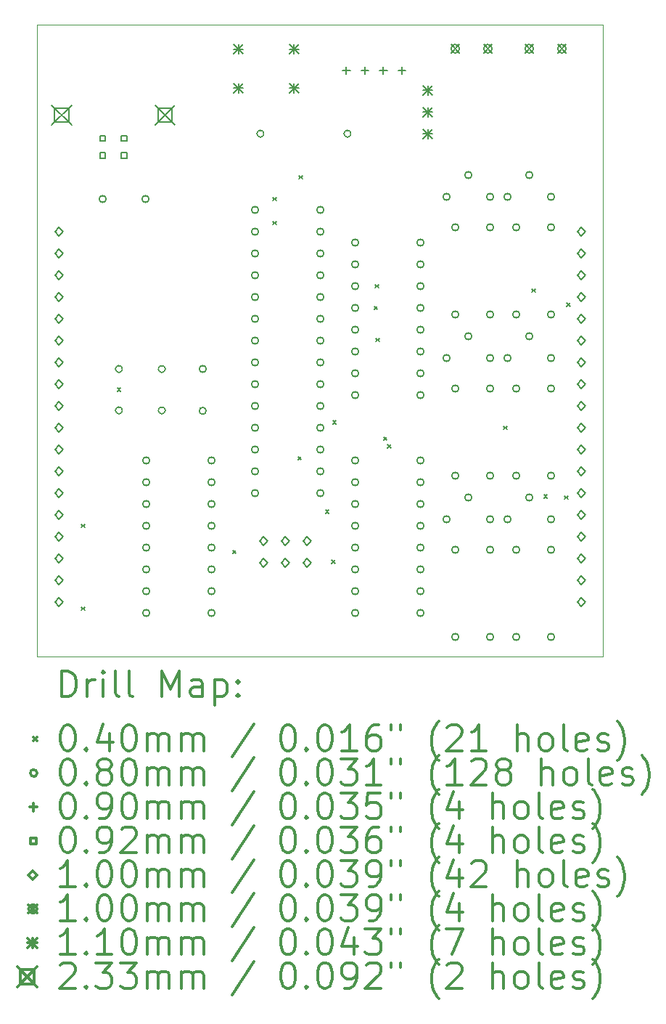
<source format=gbr>
%FSLAX45Y45*%
G04 Gerber Fmt 4.5, Leading zero omitted, Abs format (unit mm)*
G04 Created by KiCad (PCBNEW 5.1.6+dfsg1-1) date 2020-07-01 02:54:39*
%MOMM*%
%LPD*%
G01*
G04 APERTURE LIST*
%TA.AperFunction,Profile*%
%ADD10C,0.050000*%
%TD*%
%ADD11C,0.200000*%
%ADD12C,0.300000*%
G04 APERTURE END LIST*
D10*
X16764000Y-7747000D02*
X16764000Y-9525000D01*
X13335000Y-7747000D02*
X16764000Y-7747000D01*
X10160000Y-7747000D02*
X13335000Y-7747000D01*
X10160000Y-9525000D02*
X10160000Y-7747000D01*
X10160000Y-9525000D02*
X10160000Y-15113000D01*
X16764000Y-15113000D02*
X16764000Y-9525000D01*
X10160000Y-15113000D02*
X16764000Y-15113000D01*
D11*
X10673400Y-13568998D02*
X10713400Y-13608998D01*
X10713400Y-13568998D02*
X10673400Y-13608998D01*
X10673400Y-14534200D02*
X10713400Y-14574200D01*
X10713400Y-14534200D02*
X10673400Y-14574200D01*
X11092500Y-11981500D02*
X11132500Y-12021500D01*
X11132500Y-11981500D02*
X11092500Y-12021500D01*
X12438700Y-13873800D02*
X12478700Y-13913800D01*
X12478700Y-13873800D02*
X12438700Y-13913800D01*
X12908135Y-10038865D02*
X12948135Y-10078865D01*
X12948135Y-10038865D02*
X12908135Y-10078865D01*
X12908600Y-9759000D02*
X12948600Y-9799000D01*
X12948600Y-9759000D02*
X12908600Y-9799000D01*
X13200700Y-12781600D02*
X13240700Y-12821600D01*
X13240700Y-12781600D02*
X13200700Y-12821600D01*
X13213402Y-9505000D02*
X13253402Y-9545000D01*
X13253402Y-9505000D02*
X13213402Y-9545000D01*
X13521900Y-13403900D02*
X13561900Y-13443900D01*
X13561900Y-13403900D02*
X13521900Y-13443900D01*
X13594400Y-13988100D02*
X13634400Y-14028100D01*
X13634400Y-13988100D02*
X13594400Y-14028100D01*
X13607100Y-12362501D02*
X13647100Y-12402501D01*
X13647100Y-12362501D02*
X13607100Y-12402501D01*
X14089700Y-11029000D02*
X14129700Y-11069000D01*
X14129700Y-11029000D02*
X14089700Y-11069000D01*
X14102400Y-10775000D02*
X14142400Y-10815000D01*
X14142400Y-10775000D02*
X14102400Y-10815000D01*
X14110166Y-11402234D02*
X14150166Y-11442234D01*
X14150166Y-11402234D02*
X14110166Y-11442234D01*
X14200798Y-12551850D02*
X14240798Y-12591850D01*
X14240798Y-12551850D02*
X14200798Y-12591850D01*
X14245799Y-12641900D02*
X14285799Y-12681900D01*
X14285799Y-12641900D02*
X14245799Y-12681900D01*
X15601000Y-12426000D02*
X15641000Y-12466000D01*
X15641000Y-12426000D02*
X15601000Y-12466000D01*
X15931200Y-10825800D02*
X15971200Y-10865800D01*
X15971200Y-10825800D02*
X15931200Y-10865800D01*
X16070900Y-13226100D02*
X16110900Y-13266100D01*
X16110900Y-13226100D02*
X16070900Y-13266100D01*
X16312200Y-13238800D02*
X16352200Y-13278800D01*
X16352200Y-13238800D02*
X16312200Y-13278800D01*
X16337600Y-10990900D02*
X16377600Y-11030900D01*
X16377600Y-10990900D02*
X16337600Y-11030900D01*
X11470000Y-12827000D02*
G75*
G03*
X11470000Y-12827000I-40000J0D01*
G01*
X11470000Y-13081000D02*
G75*
G03*
X11470000Y-13081000I-40000J0D01*
G01*
X11470000Y-13335000D02*
G75*
G03*
X11470000Y-13335000I-40000J0D01*
G01*
X11470000Y-13589000D02*
G75*
G03*
X11470000Y-13589000I-40000J0D01*
G01*
X11470000Y-13843000D02*
G75*
G03*
X11470000Y-13843000I-40000J0D01*
G01*
X11470000Y-14097000D02*
G75*
G03*
X11470000Y-14097000I-40000J0D01*
G01*
X11470000Y-14351000D02*
G75*
G03*
X11470000Y-14351000I-40000J0D01*
G01*
X11470000Y-14605000D02*
G75*
G03*
X11470000Y-14605000I-40000J0D01*
G01*
X12232000Y-12827000D02*
G75*
G03*
X12232000Y-12827000I-40000J0D01*
G01*
X12232000Y-13081000D02*
G75*
G03*
X12232000Y-13081000I-40000J0D01*
G01*
X12232000Y-13335000D02*
G75*
G03*
X12232000Y-13335000I-40000J0D01*
G01*
X12232000Y-13589000D02*
G75*
G03*
X12232000Y-13589000I-40000J0D01*
G01*
X12232000Y-13843000D02*
G75*
G03*
X12232000Y-13843000I-40000J0D01*
G01*
X12232000Y-14097000D02*
G75*
G03*
X12232000Y-14097000I-40000J0D01*
G01*
X12232000Y-14351000D02*
G75*
G03*
X12232000Y-14351000I-40000J0D01*
G01*
X12232000Y-14605000D02*
G75*
G03*
X12232000Y-14605000I-40000J0D01*
G01*
X15076800Y-11988800D02*
G75*
G03*
X15076800Y-11988800I-40000J0D01*
G01*
X15076800Y-13004800D02*
G75*
G03*
X15076800Y-13004800I-40000J0D01*
G01*
X15483200Y-10109200D02*
G75*
G03*
X15483200Y-10109200I-40000J0D01*
G01*
X15483200Y-11125200D02*
G75*
G03*
X15483200Y-11125200I-40000J0D01*
G01*
X15076800Y-10109200D02*
G75*
G03*
X15076800Y-10109200I-40000J0D01*
G01*
X15076800Y-11125200D02*
G75*
G03*
X15076800Y-11125200I-40000J0D01*
G01*
X15686400Y-11633200D02*
G75*
G03*
X15686400Y-11633200I-40000J0D01*
G01*
X15940400Y-11379200D02*
G75*
G03*
X15940400Y-11379200I-40000J0D01*
G01*
X16194400Y-11633200D02*
G75*
G03*
X16194400Y-11633200I-40000J0D01*
G01*
X14975200Y-11633200D02*
G75*
G03*
X14975200Y-11633200I-40000J0D01*
G01*
X15229200Y-11379200D02*
G75*
G03*
X15229200Y-11379200I-40000J0D01*
G01*
X15483200Y-11633200D02*
G75*
G03*
X15483200Y-11633200I-40000J0D01*
G01*
X12130400Y-11760200D02*
G75*
G03*
X12130400Y-11760200I-40000J0D01*
G01*
X12130400Y-12248200D02*
G75*
G03*
X12130400Y-12248200I-40000J0D01*
G01*
X14975200Y-13512800D02*
G75*
G03*
X14975200Y-13512800I-40000J0D01*
G01*
X15229200Y-13258800D02*
G75*
G03*
X15229200Y-13258800I-40000J0D01*
G01*
X15483200Y-13512800D02*
G75*
G03*
X15483200Y-13512800I-40000J0D01*
G01*
X11152500Y-11760200D02*
G75*
G03*
X11152500Y-11760200I-40000J0D01*
G01*
X11652500Y-11760200D02*
G75*
G03*
X11652500Y-11760200I-40000J0D01*
G01*
X16194400Y-13868400D02*
G75*
G03*
X16194400Y-13868400I-40000J0D01*
G01*
X16194400Y-14884400D02*
G75*
G03*
X16194400Y-14884400I-40000J0D01*
G01*
X12740000Y-9906000D02*
G75*
G03*
X12740000Y-9906000I-40000J0D01*
G01*
X12740000Y-10160000D02*
G75*
G03*
X12740000Y-10160000I-40000J0D01*
G01*
X12740000Y-10414000D02*
G75*
G03*
X12740000Y-10414000I-40000J0D01*
G01*
X12740000Y-10668000D02*
G75*
G03*
X12740000Y-10668000I-40000J0D01*
G01*
X12740000Y-10922000D02*
G75*
G03*
X12740000Y-10922000I-40000J0D01*
G01*
X12740000Y-11176000D02*
G75*
G03*
X12740000Y-11176000I-40000J0D01*
G01*
X12740000Y-11430000D02*
G75*
G03*
X12740000Y-11430000I-40000J0D01*
G01*
X12740000Y-11684000D02*
G75*
G03*
X12740000Y-11684000I-40000J0D01*
G01*
X12740000Y-11938000D02*
G75*
G03*
X12740000Y-11938000I-40000J0D01*
G01*
X12740000Y-12192000D02*
G75*
G03*
X12740000Y-12192000I-40000J0D01*
G01*
X12740000Y-12446000D02*
G75*
G03*
X12740000Y-12446000I-40000J0D01*
G01*
X12740000Y-12700000D02*
G75*
G03*
X12740000Y-12700000I-40000J0D01*
G01*
X12740000Y-12954000D02*
G75*
G03*
X12740000Y-12954000I-40000J0D01*
G01*
X12740000Y-13208000D02*
G75*
G03*
X12740000Y-13208000I-40000J0D01*
G01*
X13502000Y-9906000D02*
G75*
G03*
X13502000Y-9906000I-40000J0D01*
G01*
X13502000Y-10160000D02*
G75*
G03*
X13502000Y-10160000I-40000J0D01*
G01*
X13502000Y-10414000D02*
G75*
G03*
X13502000Y-10414000I-40000J0D01*
G01*
X13502000Y-10668000D02*
G75*
G03*
X13502000Y-10668000I-40000J0D01*
G01*
X13502000Y-10922000D02*
G75*
G03*
X13502000Y-10922000I-40000J0D01*
G01*
X13502000Y-11176000D02*
G75*
G03*
X13502000Y-11176000I-40000J0D01*
G01*
X13502000Y-11430000D02*
G75*
G03*
X13502000Y-11430000I-40000J0D01*
G01*
X13502000Y-11684000D02*
G75*
G03*
X13502000Y-11684000I-40000J0D01*
G01*
X13502000Y-11938000D02*
G75*
G03*
X13502000Y-11938000I-40000J0D01*
G01*
X13502000Y-12192000D02*
G75*
G03*
X13502000Y-12192000I-40000J0D01*
G01*
X13502000Y-12446000D02*
G75*
G03*
X13502000Y-12446000I-40000J0D01*
G01*
X13502000Y-12700000D02*
G75*
G03*
X13502000Y-12700000I-40000J0D01*
G01*
X13502000Y-12954000D02*
G75*
G03*
X13502000Y-12954000I-40000J0D01*
G01*
X13502000Y-13208000D02*
G75*
G03*
X13502000Y-13208000I-40000J0D01*
G01*
X15483200Y-13868400D02*
G75*
G03*
X15483200Y-13868400I-40000J0D01*
G01*
X15483200Y-14884400D02*
G75*
G03*
X15483200Y-14884400I-40000J0D01*
G01*
X12803500Y-9017000D02*
G75*
G03*
X12803500Y-9017000I-40000J0D01*
G01*
X13819500Y-9017000D02*
G75*
G03*
X13819500Y-9017000I-40000J0D01*
G01*
X15788000Y-10109200D02*
G75*
G03*
X15788000Y-10109200I-40000J0D01*
G01*
X15788000Y-11125200D02*
G75*
G03*
X15788000Y-11125200I-40000J0D01*
G01*
X11152500Y-12242800D02*
G75*
G03*
X11152500Y-12242800I-40000J0D01*
G01*
X11652500Y-12242800D02*
G75*
G03*
X11652500Y-12242800I-40000J0D01*
G01*
X15686400Y-9753600D02*
G75*
G03*
X15686400Y-9753600I-40000J0D01*
G01*
X15940400Y-9499600D02*
G75*
G03*
X15940400Y-9499600I-40000J0D01*
G01*
X16194400Y-9753600D02*
G75*
G03*
X16194400Y-9753600I-40000J0D01*
G01*
X15788000Y-11988800D02*
G75*
G03*
X15788000Y-11988800I-40000J0D01*
G01*
X15788000Y-13004800D02*
G75*
G03*
X15788000Y-13004800I-40000J0D01*
G01*
X16194400Y-10109200D02*
G75*
G03*
X16194400Y-10109200I-40000J0D01*
G01*
X16194400Y-11125200D02*
G75*
G03*
X16194400Y-11125200I-40000J0D01*
G01*
X13908400Y-12827000D02*
G75*
G03*
X13908400Y-12827000I-40000J0D01*
G01*
X13908400Y-13081000D02*
G75*
G03*
X13908400Y-13081000I-40000J0D01*
G01*
X13908400Y-13335000D02*
G75*
G03*
X13908400Y-13335000I-40000J0D01*
G01*
X13908400Y-13589000D02*
G75*
G03*
X13908400Y-13589000I-40000J0D01*
G01*
X13908400Y-13843000D02*
G75*
G03*
X13908400Y-13843000I-40000J0D01*
G01*
X13908400Y-14097000D02*
G75*
G03*
X13908400Y-14097000I-40000J0D01*
G01*
X13908400Y-14351000D02*
G75*
G03*
X13908400Y-14351000I-40000J0D01*
G01*
X13908400Y-14605000D02*
G75*
G03*
X13908400Y-14605000I-40000J0D01*
G01*
X14670400Y-12827000D02*
G75*
G03*
X14670400Y-12827000I-40000J0D01*
G01*
X14670400Y-13081000D02*
G75*
G03*
X14670400Y-13081000I-40000J0D01*
G01*
X14670400Y-13335000D02*
G75*
G03*
X14670400Y-13335000I-40000J0D01*
G01*
X14670400Y-13589000D02*
G75*
G03*
X14670400Y-13589000I-40000J0D01*
G01*
X14670400Y-13843000D02*
G75*
G03*
X14670400Y-13843000I-40000J0D01*
G01*
X14670400Y-14097000D02*
G75*
G03*
X14670400Y-14097000I-40000J0D01*
G01*
X14670400Y-14351000D02*
G75*
G03*
X14670400Y-14351000I-40000J0D01*
G01*
X14670400Y-14605000D02*
G75*
G03*
X14670400Y-14605000I-40000J0D01*
G01*
X15076800Y-13868400D02*
G75*
G03*
X15076800Y-13868400I-40000J0D01*
G01*
X15076800Y-14884400D02*
G75*
G03*
X15076800Y-14884400I-40000J0D01*
G01*
X10962000Y-9779000D02*
G75*
G03*
X10962000Y-9779000I-40000J0D01*
G01*
X11462000Y-9779000D02*
G75*
G03*
X11462000Y-9779000I-40000J0D01*
G01*
X13908400Y-10287000D02*
G75*
G03*
X13908400Y-10287000I-40000J0D01*
G01*
X13908400Y-10541000D02*
G75*
G03*
X13908400Y-10541000I-40000J0D01*
G01*
X13908400Y-10795000D02*
G75*
G03*
X13908400Y-10795000I-40000J0D01*
G01*
X13908400Y-11049000D02*
G75*
G03*
X13908400Y-11049000I-40000J0D01*
G01*
X13908400Y-11303000D02*
G75*
G03*
X13908400Y-11303000I-40000J0D01*
G01*
X13908400Y-11557000D02*
G75*
G03*
X13908400Y-11557000I-40000J0D01*
G01*
X13908400Y-11811000D02*
G75*
G03*
X13908400Y-11811000I-40000J0D01*
G01*
X13908400Y-12065000D02*
G75*
G03*
X13908400Y-12065000I-40000J0D01*
G01*
X14670400Y-10287000D02*
G75*
G03*
X14670400Y-10287000I-40000J0D01*
G01*
X14670400Y-10541000D02*
G75*
G03*
X14670400Y-10541000I-40000J0D01*
G01*
X14670400Y-10795000D02*
G75*
G03*
X14670400Y-10795000I-40000J0D01*
G01*
X14670400Y-11049000D02*
G75*
G03*
X14670400Y-11049000I-40000J0D01*
G01*
X14670400Y-11303000D02*
G75*
G03*
X14670400Y-11303000I-40000J0D01*
G01*
X14670400Y-11557000D02*
G75*
G03*
X14670400Y-11557000I-40000J0D01*
G01*
X14670400Y-11811000D02*
G75*
G03*
X14670400Y-11811000I-40000J0D01*
G01*
X14670400Y-12065000D02*
G75*
G03*
X14670400Y-12065000I-40000J0D01*
G01*
X16194400Y-11988800D02*
G75*
G03*
X16194400Y-11988800I-40000J0D01*
G01*
X16194400Y-13004800D02*
G75*
G03*
X16194400Y-13004800I-40000J0D01*
G01*
X15686400Y-13512800D02*
G75*
G03*
X15686400Y-13512800I-40000J0D01*
G01*
X15940400Y-13258800D02*
G75*
G03*
X15940400Y-13258800I-40000J0D01*
G01*
X16194400Y-13512800D02*
G75*
G03*
X16194400Y-13512800I-40000J0D01*
G01*
X14975200Y-9753600D02*
G75*
G03*
X14975200Y-9753600I-40000J0D01*
G01*
X15229200Y-9499600D02*
G75*
G03*
X15229200Y-9499600I-40000J0D01*
G01*
X15483200Y-9753600D02*
G75*
G03*
X15483200Y-9753600I-40000J0D01*
G01*
X15788000Y-13868400D02*
G75*
G03*
X15788000Y-13868400I-40000J0D01*
G01*
X15788000Y-14884400D02*
G75*
G03*
X15788000Y-14884400I-40000J0D01*
G01*
X15483200Y-11988800D02*
G75*
G03*
X15483200Y-11988800I-40000J0D01*
G01*
X15483200Y-13004800D02*
G75*
G03*
X15483200Y-13004800I-40000J0D01*
G01*
X13766800Y-8235400D02*
X13766800Y-8325400D01*
X13721800Y-8280400D02*
X13811800Y-8280400D01*
X13982700Y-8235400D02*
X13982700Y-8325400D01*
X13937700Y-8280400D02*
X14027700Y-8280400D01*
X14198600Y-8235400D02*
X14198600Y-8325400D01*
X14153600Y-8280400D02*
X14243600Y-8280400D01*
X14414500Y-8235400D02*
X14414500Y-8325400D01*
X14369500Y-8280400D02*
X14459500Y-8280400D01*
X10954527Y-9103527D02*
X10954527Y-9038473D01*
X10889473Y-9038473D01*
X10889473Y-9103527D01*
X10954527Y-9103527D01*
X10954527Y-9303527D02*
X10954527Y-9238473D01*
X10889473Y-9238473D01*
X10889473Y-9303527D01*
X10954527Y-9303527D01*
X11204527Y-9103527D02*
X11204527Y-9038473D01*
X11139473Y-9038473D01*
X11139473Y-9103527D01*
X11204527Y-9103527D01*
X11204527Y-9303527D02*
X11204527Y-9238473D01*
X11139473Y-9238473D01*
X11139473Y-9303527D01*
X11204527Y-9303527D01*
X12801600Y-13816800D02*
X12851600Y-13766800D01*
X12801600Y-13716800D01*
X12751600Y-13766800D01*
X12801600Y-13816800D01*
X12801600Y-14070800D02*
X12851600Y-14020800D01*
X12801600Y-13970800D01*
X12751600Y-14020800D01*
X12801600Y-14070800D01*
X13055600Y-13816800D02*
X13105600Y-13766800D01*
X13055600Y-13716800D01*
X13005600Y-13766800D01*
X13055600Y-13816800D01*
X13055600Y-14070800D02*
X13105600Y-14020800D01*
X13055600Y-13970800D01*
X13005600Y-14020800D01*
X13055600Y-14070800D01*
X13309600Y-13816800D02*
X13359600Y-13766800D01*
X13309600Y-13716800D01*
X13259600Y-13766800D01*
X13309600Y-13816800D01*
X13309600Y-14070800D02*
X13359600Y-14020800D01*
X13309600Y-13970800D01*
X13259600Y-14020800D01*
X13309600Y-14070800D01*
X16510000Y-10210000D02*
X16560000Y-10160000D01*
X16510000Y-10110000D01*
X16460000Y-10160000D01*
X16510000Y-10210000D01*
X16510000Y-10464000D02*
X16560000Y-10414000D01*
X16510000Y-10364000D01*
X16460000Y-10414000D01*
X16510000Y-10464000D01*
X16510000Y-10718000D02*
X16560000Y-10668000D01*
X16510000Y-10618000D01*
X16460000Y-10668000D01*
X16510000Y-10718000D01*
X16510000Y-10972000D02*
X16560000Y-10922000D01*
X16510000Y-10872000D01*
X16460000Y-10922000D01*
X16510000Y-10972000D01*
X16510000Y-11226000D02*
X16560000Y-11176000D01*
X16510000Y-11126000D01*
X16460000Y-11176000D01*
X16510000Y-11226000D01*
X16510000Y-11480000D02*
X16560000Y-11430000D01*
X16510000Y-11380000D01*
X16460000Y-11430000D01*
X16510000Y-11480000D01*
X16510000Y-11734000D02*
X16560000Y-11684000D01*
X16510000Y-11634000D01*
X16460000Y-11684000D01*
X16510000Y-11734000D01*
X16510000Y-11988000D02*
X16560000Y-11938000D01*
X16510000Y-11888000D01*
X16460000Y-11938000D01*
X16510000Y-11988000D01*
X16510000Y-12242000D02*
X16560000Y-12192000D01*
X16510000Y-12142000D01*
X16460000Y-12192000D01*
X16510000Y-12242000D01*
X16510000Y-12496000D02*
X16560000Y-12446000D01*
X16510000Y-12396000D01*
X16460000Y-12446000D01*
X16510000Y-12496000D01*
X16510000Y-12750000D02*
X16560000Y-12700000D01*
X16510000Y-12650000D01*
X16460000Y-12700000D01*
X16510000Y-12750000D01*
X16510000Y-13004000D02*
X16560000Y-12954000D01*
X16510000Y-12904000D01*
X16460000Y-12954000D01*
X16510000Y-13004000D01*
X16510000Y-13258000D02*
X16560000Y-13208000D01*
X16510000Y-13158000D01*
X16460000Y-13208000D01*
X16510000Y-13258000D01*
X16510000Y-13512000D02*
X16560000Y-13462000D01*
X16510000Y-13412000D01*
X16460000Y-13462000D01*
X16510000Y-13512000D01*
X16510000Y-13766000D02*
X16560000Y-13716000D01*
X16510000Y-13666000D01*
X16460000Y-13716000D01*
X16510000Y-13766000D01*
X16510000Y-14020000D02*
X16560000Y-13970000D01*
X16510000Y-13920000D01*
X16460000Y-13970000D01*
X16510000Y-14020000D01*
X16510000Y-14274000D02*
X16560000Y-14224000D01*
X16510000Y-14174000D01*
X16460000Y-14224000D01*
X16510000Y-14274000D01*
X16510000Y-14528000D02*
X16560000Y-14478000D01*
X16510000Y-14428000D01*
X16460000Y-14478000D01*
X16510000Y-14528000D01*
X10414000Y-10210000D02*
X10464000Y-10160000D01*
X10414000Y-10110000D01*
X10364000Y-10160000D01*
X10414000Y-10210000D01*
X10414000Y-10464000D02*
X10464000Y-10414000D01*
X10414000Y-10364000D01*
X10364000Y-10414000D01*
X10414000Y-10464000D01*
X10414000Y-10718000D02*
X10464000Y-10668000D01*
X10414000Y-10618000D01*
X10364000Y-10668000D01*
X10414000Y-10718000D01*
X10414000Y-10972000D02*
X10464000Y-10922000D01*
X10414000Y-10872000D01*
X10364000Y-10922000D01*
X10414000Y-10972000D01*
X10414000Y-11226000D02*
X10464000Y-11176000D01*
X10414000Y-11126000D01*
X10364000Y-11176000D01*
X10414000Y-11226000D01*
X10414000Y-11480000D02*
X10464000Y-11430000D01*
X10414000Y-11380000D01*
X10364000Y-11430000D01*
X10414000Y-11480000D01*
X10414000Y-11734000D02*
X10464000Y-11684000D01*
X10414000Y-11634000D01*
X10364000Y-11684000D01*
X10414000Y-11734000D01*
X10414000Y-11988000D02*
X10464000Y-11938000D01*
X10414000Y-11888000D01*
X10364000Y-11938000D01*
X10414000Y-11988000D01*
X10414000Y-12242000D02*
X10464000Y-12192000D01*
X10414000Y-12142000D01*
X10364000Y-12192000D01*
X10414000Y-12242000D01*
X10414000Y-12496000D02*
X10464000Y-12446000D01*
X10414000Y-12396000D01*
X10364000Y-12446000D01*
X10414000Y-12496000D01*
X10414000Y-12750000D02*
X10464000Y-12700000D01*
X10414000Y-12650000D01*
X10364000Y-12700000D01*
X10414000Y-12750000D01*
X10414000Y-13004000D02*
X10464000Y-12954000D01*
X10414000Y-12904000D01*
X10364000Y-12954000D01*
X10414000Y-13004000D01*
X10414000Y-13258000D02*
X10464000Y-13208000D01*
X10414000Y-13158000D01*
X10364000Y-13208000D01*
X10414000Y-13258000D01*
X10414000Y-13512000D02*
X10464000Y-13462000D01*
X10414000Y-13412000D01*
X10364000Y-13462000D01*
X10414000Y-13512000D01*
X10414000Y-13766000D02*
X10464000Y-13716000D01*
X10414000Y-13666000D01*
X10364000Y-13716000D01*
X10414000Y-13766000D01*
X10414000Y-14020000D02*
X10464000Y-13970000D01*
X10414000Y-13920000D01*
X10364000Y-13970000D01*
X10414000Y-14020000D01*
X10414000Y-14274000D02*
X10464000Y-14224000D01*
X10414000Y-14174000D01*
X10364000Y-14224000D01*
X10414000Y-14274000D01*
X10414000Y-14528000D02*
X10464000Y-14478000D01*
X10414000Y-14428000D01*
X10364000Y-14478000D01*
X10414000Y-14528000D01*
X15850362Y-7976362D02*
X15950438Y-8076438D01*
X15950438Y-7976362D02*
X15850362Y-8076438D01*
X15950438Y-8026400D02*
G75*
G03*
X15950438Y-8026400I-50038J0D01*
G01*
X16231362Y-7976362D02*
X16331438Y-8076438D01*
X16331438Y-7976362D02*
X16231362Y-8076438D01*
X16331438Y-8026400D02*
G75*
G03*
X16331438Y-8026400I-50038J0D01*
G01*
X14986762Y-7976362D02*
X15086838Y-8076438D01*
X15086838Y-7976362D02*
X14986762Y-8076438D01*
X15086838Y-8026400D02*
G75*
G03*
X15086838Y-8026400I-50038J0D01*
G01*
X15367762Y-7976362D02*
X15467838Y-8076438D01*
X15467838Y-7976362D02*
X15367762Y-8076438D01*
X15467838Y-8026400D02*
G75*
G03*
X15467838Y-8026400I-50038J0D01*
G01*
X14662000Y-8454000D02*
X14772000Y-8564000D01*
X14772000Y-8454000D02*
X14662000Y-8564000D01*
X14717000Y-8454000D02*
X14717000Y-8564000D01*
X14662000Y-8509000D02*
X14772000Y-8509000D01*
X14662000Y-8708000D02*
X14772000Y-8818000D01*
X14772000Y-8708000D02*
X14662000Y-8818000D01*
X14717000Y-8708000D02*
X14717000Y-8818000D01*
X14662000Y-8763000D02*
X14772000Y-8763000D01*
X14662000Y-8962000D02*
X14772000Y-9072000D01*
X14772000Y-8962000D02*
X14662000Y-9072000D01*
X14717000Y-8962000D02*
X14717000Y-9072000D01*
X14662000Y-9017000D02*
X14772000Y-9017000D01*
X12452200Y-7978600D02*
X12562200Y-8088600D01*
X12562200Y-7978600D02*
X12452200Y-8088600D01*
X12507200Y-7978600D02*
X12507200Y-8088600D01*
X12452200Y-8033600D02*
X12562200Y-8033600D01*
X12452200Y-8428600D02*
X12562200Y-8538600D01*
X12562200Y-8428600D02*
X12452200Y-8538600D01*
X12507200Y-8428600D02*
X12507200Y-8538600D01*
X12452200Y-8483600D02*
X12562200Y-8483600D01*
X13102200Y-7978600D02*
X13212200Y-8088600D01*
X13212200Y-7978600D02*
X13102200Y-8088600D01*
X13157200Y-7978600D02*
X13157200Y-8088600D01*
X13102200Y-8033600D02*
X13212200Y-8033600D01*
X13102200Y-8428600D02*
X13212200Y-8538600D01*
X13212200Y-8428600D02*
X13102200Y-8538600D01*
X13157200Y-8428600D02*
X13157200Y-8538600D01*
X13102200Y-8483600D02*
X13212200Y-8483600D01*
X10328500Y-8683500D02*
X10561500Y-8916500D01*
X10561500Y-8683500D02*
X10328500Y-8916500D01*
X10527379Y-8882379D02*
X10527379Y-8717621D01*
X10362621Y-8717621D01*
X10362621Y-8882379D01*
X10527379Y-8882379D01*
X11532500Y-8683500D02*
X11765500Y-8916500D01*
X11765500Y-8683500D02*
X11532500Y-8916500D01*
X11731379Y-8882379D02*
X11731379Y-8717621D01*
X11566621Y-8717621D01*
X11566621Y-8882379D01*
X11731379Y-8882379D01*
D12*
X10443928Y-15581214D02*
X10443928Y-15281214D01*
X10515357Y-15281214D01*
X10558214Y-15295500D01*
X10586786Y-15324071D01*
X10601071Y-15352643D01*
X10615357Y-15409786D01*
X10615357Y-15452643D01*
X10601071Y-15509786D01*
X10586786Y-15538357D01*
X10558214Y-15566929D01*
X10515357Y-15581214D01*
X10443928Y-15581214D01*
X10743928Y-15581214D02*
X10743928Y-15381214D01*
X10743928Y-15438357D02*
X10758214Y-15409786D01*
X10772500Y-15395500D01*
X10801071Y-15381214D01*
X10829643Y-15381214D01*
X10929643Y-15581214D02*
X10929643Y-15381214D01*
X10929643Y-15281214D02*
X10915357Y-15295500D01*
X10929643Y-15309786D01*
X10943928Y-15295500D01*
X10929643Y-15281214D01*
X10929643Y-15309786D01*
X11115357Y-15581214D02*
X11086786Y-15566929D01*
X11072500Y-15538357D01*
X11072500Y-15281214D01*
X11272500Y-15581214D02*
X11243928Y-15566929D01*
X11229643Y-15538357D01*
X11229643Y-15281214D01*
X11615357Y-15581214D02*
X11615357Y-15281214D01*
X11715357Y-15495500D01*
X11815357Y-15281214D01*
X11815357Y-15581214D01*
X12086786Y-15581214D02*
X12086786Y-15424071D01*
X12072500Y-15395500D01*
X12043928Y-15381214D01*
X11986786Y-15381214D01*
X11958214Y-15395500D01*
X12086786Y-15566929D02*
X12058214Y-15581214D01*
X11986786Y-15581214D01*
X11958214Y-15566929D01*
X11943928Y-15538357D01*
X11943928Y-15509786D01*
X11958214Y-15481214D01*
X11986786Y-15466929D01*
X12058214Y-15466929D01*
X12086786Y-15452643D01*
X12229643Y-15381214D02*
X12229643Y-15681214D01*
X12229643Y-15395500D02*
X12258214Y-15381214D01*
X12315357Y-15381214D01*
X12343928Y-15395500D01*
X12358214Y-15409786D01*
X12372500Y-15438357D01*
X12372500Y-15524071D01*
X12358214Y-15552643D01*
X12343928Y-15566929D01*
X12315357Y-15581214D01*
X12258214Y-15581214D01*
X12229643Y-15566929D01*
X12501071Y-15552643D02*
X12515357Y-15566929D01*
X12501071Y-15581214D01*
X12486786Y-15566929D01*
X12501071Y-15552643D01*
X12501071Y-15581214D01*
X12501071Y-15395500D02*
X12515357Y-15409786D01*
X12501071Y-15424071D01*
X12486786Y-15409786D01*
X12501071Y-15395500D01*
X12501071Y-15424071D01*
X10117500Y-16055500D02*
X10157500Y-16095500D01*
X10157500Y-16055500D02*
X10117500Y-16095500D01*
X10501071Y-15911214D02*
X10529643Y-15911214D01*
X10558214Y-15925500D01*
X10572500Y-15939786D01*
X10586786Y-15968357D01*
X10601071Y-16025500D01*
X10601071Y-16096929D01*
X10586786Y-16154071D01*
X10572500Y-16182643D01*
X10558214Y-16196929D01*
X10529643Y-16211214D01*
X10501071Y-16211214D01*
X10472500Y-16196929D01*
X10458214Y-16182643D01*
X10443928Y-16154071D01*
X10429643Y-16096929D01*
X10429643Y-16025500D01*
X10443928Y-15968357D01*
X10458214Y-15939786D01*
X10472500Y-15925500D01*
X10501071Y-15911214D01*
X10729643Y-16182643D02*
X10743928Y-16196929D01*
X10729643Y-16211214D01*
X10715357Y-16196929D01*
X10729643Y-16182643D01*
X10729643Y-16211214D01*
X11001071Y-16011214D02*
X11001071Y-16211214D01*
X10929643Y-15896929D02*
X10858214Y-16111214D01*
X11043928Y-16111214D01*
X11215357Y-15911214D02*
X11243928Y-15911214D01*
X11272500Y-15925500D01*
X11286786Y-15939786D01*
X11301071Y-15968357D01*
X11315357Y-16025500D01*
X11315357Y-16096929D01*
X11301071Y-16154071D01*
X11286786Y-16182643D01*
X11272500Y-16196929D01*
X11243928Y-16211214D01*
X11215357Y-16211214D01*
X11186786Y-16196929D01*
X11172500Y-16182643D01*
X11158214Y-16154071D01*
X11143928Y-16096929D01*
X11143928Y-16025500D01*
X11158214Y-15968357D01*
X11172500Y-15939786D01*
X11186786Y-15925500D01*
X11215357Y-15911214D01*
X11443928Y-16211214D02*
X11443928Y-16011214D01*
X11443928Y-16039786D02*
X11458214Y-16025500D01*
X11486786Y-16011214D01*
X11529643Y-16011214D01*
X11558214Y-16025500D01*
X11572500Y-16054071D01*
X11572500Y-16211214D01*
X11572500Y-16054071D02*
X11586786Y-16025500D01*
X11615357Y-16011214D01*
X11658214Y-16011214D01*
X11686786Y-16025500D01*
X11701071Y-16054071D01*
X11701071Y-16211214D01*
X11843928Y-16211214D02*
X11843928Y-16011214D01*
X11843928Y-16039786D02*
X11858214Y-16025500D01*
X11886786Y-16011214D01*
X11929643Y-16011214D01*
X11958214Y-16025500D01*
X11972500Y-16054071D01*
X11972500Y-16211214D01*
X11972500Y-16054071D02*
X11986786Y-16025500D01*
X12015357Y-16011214D01*
X12058214Y-16011214D01*
X12086786Y-16025500D01*
X12101071Y-16054071D01*
X12101071Y-16211214D01*
X12686786Y-15896929D02*
X12429643Y-16282643D01*
X13072500Y-15911214D02*
X13101071Y-15911214D01*
X13129643Y-15925500D01*
X13143928Y-15939786D01*
X13158214Y-15968357D01*
X13172500Y-16025500D01*
X13172500Y-16096929D01*
X13158214Y-16154071D01*
X13143928Y-16182643D01*
X13129643Y-16196929D01*
X13101071Y-16211214D01*
X13072500Y-16211214D01*
X13043928Y-16196929D01*
X13029643Y-16182643D01*
X13015357Y-16154071D01*
X13001071Y-16096929D01*
X13001071Y-16025500D01*
X13015357Y-15968357D01*
X13029643Y-15939786D01*
X13043928Y-15925500D01*
X13072500Y-15911214D01*
X13301071Y-16182643D02*
X13315357Y-16196929D01*
X13301071Y-16211214D01*
X13286786Y-16196929D01*
X13301071Y-16182643D01*
X13301071Y-16211214D01*
X13501071Y-15911214D02*
X13529643Y-15911214D01*
X13558214Y-15925500D01*
X13572500Y-15939786D01*
X13586786Y-15968357D01*
X13601071Y-16025500D01*
X13601071Y-16096929D01*
X13586786Y-16154071D01*
X13572500Y-16182643D01*
X13558214Y-16196929D01*
X13529643Y-16211214D01*
X13501071Y-16211214D01*
X13472500Y-16196929D01*
X13458214Y-16182643D01*
X13443928Y-16154071D01*
X13429643Y-16096929D01*
X13429643Y-16025500D01*
X13443928Y-15968357D01*
X13458214Y-15939786D01*
X13472500Y-15925500D01*
X13501071Y-15911214D01*
X13886786Y-16211214D02*
X13715357Y-16211214D01*
X13801071Y-16211214D02*
X13801071Y-15911214D01*
X13772500Y-15954071D01*
X13743928Y-15982643D01*
X13715357Y-15996929D01*
X14143928Y-15911214D02*
X14086786Y-15911214D01*
X14058214Y-15925500D01*
X14043928Y-15939786D01*
X14015357Y-15982643D01*
X14001071Y-16039786D01*
X14001071Y-16154071D01*
X14015357Y-16182643D01*
X14029643Y-16196929D01*
X14058214Y-16211214D01*
X14115357Y-16211214D01*
X14143928Y-16196929D01*
X14158214Y-16182643D01*
X14172500Y-16154071D01*
X14172500Y-16082643D01*
X14158214Y-16054071D01*
X14143928Y-16039786D01*
X14115357Y-16025500D01*
X14058214Y-16025500D01*
X14029643Y-16039786D01*
X14015357Y-16054071D01*
X14001071Y-16082643D01*
X14286786Y-15911214D02*
X14286786Y-15968357D01*
X14401071Y-15911214D02*
X14401071Y-15968357D01*
X14843928Y-16325500D02*
X14829643Y-16311214D01*
X14801071Y-16268357D01*
X14786786Y-16239786D01*
X14772500Y-16196929D01*
X14758214Y-16125500D01*
X14758214Y-16068357D01*
X14772500Y-15996929D01*
X14786786Y-15954071D01*
X14801071Y-15925500D01*
X14829643Y-15882643D01*
X14843928Y-15868357D01*
X14943928Y-15939786D02*
X14958214Y-15925500D01*
X14986786Y-15911214D01*
X15058214Y-15911214D01*
X15086786Y-15925500D01*
X15101071Y-15939786D01*
X15115357Y-15968357D01*
X15115357Y-15996929D01*
X15101071Y-16039786D01*
X14929643Y-16211214D01*
X15115357Y-16211214D01*
X15401071Y-16211214D02*
X15229643Y-16211214D01*
X15315357Y-16211214D02*
X15315357Y-15911214D01*
X15286786Y-15954071D01*
X15258214Y-15982643D01*
X15229643Y-15996929D01*
X15758214Y-16211214D02*
X15758214Y-15911214D01*
X15886786Y-16211214D02*
X15886786Y-16054071D01*
X15872500Y-16025500D01*
X15843928Y-16011214D01*
X15801071Y-16011214D01*
X15772500Y-16025500D01*
X15758214Y-16039786D01*
X16072500Y-16211214D02*
X16043928Y-16196929D01*
X16029643Y-16182643D01*
X16015357Y-16154071D01*
X16015357Y-16068357D01*
X16029643Y-16039786D01*
X16043928Y-16025500D01*
X16072500Y-16011214D01*
X16115357Y-16011214D01*
X16143928Y-16025500D01*
X16158214Y-16039786D01*
X16172500Y-16068357D01*
X16172500Y-16154071D01*
X16158214Y-16182643D01*
X16143928Y-16196929D01*
X16115357Y-16211214D01*
X16072500Y-16211214D01*
X16343928Y-16211214D02*
X16315357Y-16196929D01*
X16301071Y-16168357D01*
X16301071Y-15911214D01*
X16572500Y-16196929D02*
X16543928Y-16211214D01*
X16486786Y-16211214D01*
X16458214Y-16196929D01*
X16443928Y-16168357D01*
X16443928Y-16054071D01*
X16458214Y-16025500D01*
X16486786Y-16011214D01*
X16543928Y-16011214D01*
X16572500Y-16025500D01*
X16586786Y-16054071D01*
X16586786Y-16082643D01*
X16443928Y-16111214D01*
X16701071Y-16196929D02*
X16729643Y-16211214D01*
X16786786Y-16211214D01*
X16815357Y-16196929D01*
X16829643Y-16168357D01*
X16829643Y-16154071D01*
X16815357Y-16125500D01*
X16786786Y-16111214D01*
X16743928Y-16111214D01*
X16715357Y-16096929D01*
X16701071Y-16068357D01*
X16701071Y-16054071D01*
X16715357Y-16025500D01*
X16743928Y-16011214D01*
X16786786Y-16011214D01*
X16815357Y-16025500D01*
X16929643Y-16325500D02*
X16943928Y-16311214D01*
X16972500Y-16268357D01*
X16986786Y-16239786D01*
X17001071Y-16196929D01*
X17015357Y-16125500D01*
X17015357Y-16068357D01*
X17001071Y-15996929D01*
X16986786Y-15954071D01*
X16972500Y-15925500D01*
X16943928Y-15882643D01*
X16929643Y-15868357D01*
X10157500Y-16471500D02*
G75*
G03*
X10157500Y-16471500I-40000J0D01*
G01*
X10501071Y-16307214D02*
X10529643Y-16307214D01*
X10558214Y-16321500D01*
X10572500Y-16335786D01*
X10586786Y-16364357D01*
X10601071Y-16421500D01*
X10601071Y-16492929D01*
X10586786Y-16550071D01*
X10572500Y-16578643D01*
X10558214Y-16592929D01*
X10529643Y-16607214D01*
X10501071Y-16607214D01*
X10472500Y-16592929D01*
X10458214Y-16578643D01*
X10443928Y-16550071D01*
X10429643Y-16492929D01*
X10429643Y-16421500D01*
X10443928Y-16364357D01*
X10458214Y-16335786D01*
X10472500Y-16321500D01*
X10501071Y-16307214D01*
X10729643Y-16578643D02*
X10743928Y-16592929D01*
X10729643Y-16607214D01*
X10715357Y-16592929D01*
X10729643Y-16578643D01*
X10729643Y-16607214D01*
X10915357Y-16435786D02*
X10886786Y-16421500D01*
X10872500Y-16407214D01*
X10858214Y-16378643D01*
X10858214Y-16364357D01*
X10872500Y-16335786D01*
X10886786Y-16321500D01*
X10915357Y-16307214D01*
X10972500Y-16307214D01*
X11001071Y-16321500D01*
X11015357Y-16335786D01*
X11029643Y-16364357D01*
X11029643Y-16378643D01*
X11015357Y-16407214D01*
X11001071Y-16421500D01*
X10972500Y-16435786D01*
X10915357Y-16435786D01*
X10886786Y-16450071D01*
X10872500Y-16464357D01*
X10858214Y-16492929D01*
X10858214Y-16550071D01*
X10872500Y-16578643D01*
X10886786Y-16592929D01*
X10915357Y-16607214D01*
X10972500Y-16607214D01*
X11001071Y-16592929D01*
X11015357Y-16578643D01*
X11029643Y-16550071D01*
X11029643Y-16492929D01*
X11015357Y-16464357D01*
X11001071Y-16450071D01*
X10972500Y-16435786D01*
X11215357Y-16307214D02*
X11243928Y-16307214D01*
X11272500Y-16321500D01*
X11286786Y-16335786D01*
X11301071Y-16364357D01*
X11315357Y-16421500D01*
X11315357Y-16492929D01*
X11301071Y-16550071D01*
X11286786Y-16578643D01*
X11272500Y-16592929D01*
X11243928Y-16607214D01*
X11215357Y-16607214D01*
X11186786Y-16592929D01*
X11172500Y-16578643D01*
X11158214Y-16550071D01*
X11143928Y-16492929D01*
X11143928Y-16421500D01*
X11158214Y-16364357D01*
X11172500Y-16335786D01*
X11186786Y-16321500D01*
X11215357Y-16307214D01*
X11443928Y-16607214D02*
X11443928Y-16407214D01*
X11443928Y-16435786D02*
X11458214Y-16421500D01*
X11486786Y-16407214D01*
X11529643Y-16407214D01*
X11558214Y-16421500D01*
X11572500Y-16450071D01*
X11572500Y-16607214D01*
X11572500Y-16450071D02*
X11586786Y-16421500D01*
X11615357Y-16407214D01*
X11658214Y-16407214D01*
X11686786Y-16421500D01*
X11701071Y-16450071D01*
X11701071Y-16607214D01*
X11843928Y-16607214D02*
X11843928Y-16407214D01*
X11843928Y-16435786D02*
X11858214Y-16421500D01*
X11886786Y-16407214D01*
X11929643Y-16407214D01*
X11958214Y-16421500D01*
X11972500Y-16450071D01*
X11972500Y-16607214D01*
X11972500Y-16450071D02*
X11986786Y-16421500D01*
X12015357Y-16407214D01*
X12058214Y-16407214D01*
X12086786Y-16421500D01*
X12101071Y-16450071D01*
X12101071Y-16607214D01*
X12686786Y-16292929D02*
X12429643Y-16678643D01*
X13072500Y-16307214D02*
X13101071Y-16307214D01*
X13129643Y-16321500D01*
X13143928Y-16335786D01*
X13158214Y-16364357D01*
X13172500Y-16421500D01*
X13172500Y-16492929D01*
X13158214Y-16550071D01*
X13143928Y-16578643D01*
X13129643Y-16592929D01*
X13101071Y-16607214D01*
X13072500Y-16607214D01*
X13043928Y-16592929D01*
X13029643Y-16578643D01*
X13015357Y-16550071D01*
X13001071Y-16492929D01*
X13001071Y-16421500D01*
X13015357Y-16364357D01*
X13029643Y-16335786D01*
X13043928Y-16321500D01*
X13072500Y-16307214D01*
X13301071Y-16578643D02*
X13315357Y-16592929D01*
X13301071Y-16607214D01*
X13286786Y-16592929D01*
X13301071Y-16578643D01*
X13301071Y-16607214D01*
X13501071Y-16307214D02*
X13529643Y-16307214D01*
X13558214Y-16321500D01*
X13572500Y-16335786D01*
X13586786Y-16364357D01*
X13601071Y-16421500D01*
X13601071Y-16492929D01*
X13586786Y-16550071D01*
X13572500Y-16578643D01*
X13558214Y-16592929D01*
X13529643Y-16607214D01*
X13501071Y-16607214D01*
X13472500Y-16592929D01*
X13458214Y-16578643D01*
X13443928Y-16550071D01*
X13429643Y-16492929D01*
X13429643Y-16421500D01*
X13443928Y-16364357D01*
X13458214Y-16335786D01*
X13472500Y-16321500D01*
X13501071Y-16307214D01*
X13701071Y-16307214D02*
X13886786Y-16307214D01*
X13786786Y-16421500D01*
X13829643Y-16421500D01*
X13858214Y-16435786D01*
X13872500Y-16450071D01*
X13886786Y-16478643D01*
X13886786Y-16550071D01*
X13872500Y-16578643D01*
X13858214Y-16592929D01*
X13829643Y-16607214D01*
X13743928Y-16607214D01*
X13715357Y-16592929D01*
X13701071Y-16578643D01*
X14172500Y-16607214D02*
X14001071Y-16607214D01*
X14086786Y-16607214D02*
X14086786Y-16307214D01*
X14058214Y-16350071D01*
X14029643Y-16378643D01*
X14001071Y-16392929D01*
X14286786Y-16307214D02*
X14286786Y-16364357D01*
X14401071Y-16307214D02*
X14401071Y-16364357D01*
X14843928Y-16721500D02*
X14829643Y-16707214D01*
X14801071Y-16664357D01*
X14786786Y-16635786D01*
X14772500Y-16592929D01*
X14758214Y-16521500D01*
X14758214Y-16464357D01*
X14772500Y-16392929D01*
X14786786Y-16350071D01*
X14801071Y-16321500D01*
X14829643Y-16278643D01*
X14843928Y-16264357D01*
X15115357Y-16607214D02*
X14943928Y-16607214D01*
X15029643Y-16607214D02*
X15029643Y-16307214D01*
X15001071Y-16350071D01*
X14972500Y-16378643D01*
X14943928Y-16392929D01*
X15229643Y-16335786D02*
X15243928Y-16321500D01*
X15272500Y-16307214D01*
X15343928Y-16307214D01*
X15372500Y-16321500D01*
X15386786Y-16335786D01*
X15401071Y-16364357D01*
X15401071Y-16392929D01*
X15386786Y-16435786D01*
X15215357Y-16607214D01*
X15401071Y-16607214D01*
X15572500Y-16435786D02*
X15543928Y-16421500D01*
X15529643Y-16407214D01*
X15515357Y-16378643D01*
X15515357Y-16364357D01*
X15529643Y-16335786D01*
X15543928Y-16321500D01*
X15572500Y-16307214D01*
X15629643Y-16307214D01*
X15658214Y-16321500D01*
X15672500Y-16335786D01*
X15686786Y-16364357D01*
X15686786Y-16378643D01*
X15672500Y-16407214D01*
X15658214Y-16421500D01*
X15629643Y-16435786D01*
X15572500Y-16435786D01*
X15543928Y-16450071D01*
X15529643Y-16464357D01*
X15515357Y-16492929D01*
X15515357Y-16550071D01*
X15529643Y-16578643D01*
X15543928Y-16592929D01*
X15572500Y-16607214D01*
X15629643Y-16607214D01*
X15658214Y-16592929D01*
X15672500Y-16578643D01*
X15686786Y-16550071D01*
X15686786Y-16492929D01*
X15672500Y-16464357D01*
X15658214Y-16450071D01*
X15629643Y-16435786D01*
X16043928Y-16607214D02*
X16043928Y-16307214D01*
X16172500Y-16607214D02*
X16172500Y-16450071D01*
X16158214Y-16421500D01*
X16129643Y-16407214D01*
X16086786Y-16407214D01*
X16058214Y-16421500D01*
X16043928Y-16435786D01*
X16358214Y-16607214D02*
X16329643Y-16592929D01*
X16315357Y-16578643D01*
X16301071Y-16550071D01*
X16301071Y-16464357D01*
X16315357Y-16435786D01*
X16329643Y-16421500D01*
X16358214Y-16407214D01*
X16401071Y-16407214D01*
X16429643Y-16421500D01*
X16443928Y-16435786D01*
X16458214Y-16464357D01*
X16458214Y-16550071D01*
X16443928Y-16578643D01*
X16429643Y-16592929D01*
X16401071Y-16607214D01*
X16358214Y-16607214D01*
X16629643Y-16607214D02*
X16601071Y-16592929D01*
X16586786Y-16564357D01*
X16586786Y-16307214D01*
X16858214Y-16592929D02*
X16829643Y-16607214D01*
X16772500Y-16607214D01*
X16743928Y-16592929D01*
X16729643Y-16564357D01*
X16729643Y-16450071D01*
X16743928Y-16421500D01*
X16772500Y-16407214D01*
X16829643Y-16407214D01*
X16858214Y-16421500D01*
X16872500Y-16450071D01*
X16872500Y-16478643D01*
X16729643Y-16507214D01*
X16986786Y-16592929D02*
X17015357Y-16607214D01*
X17072500Y-16607214D01*
X17101071Y-16592929D01*
X17115357Y-16564357D01*
X17115357Y-16550071D01*
X17101071Y-16521500D01*
X17072500Y-16507214D01*
X17029643Y-16507214D01*
X17001071Y-16492929D01*
X16986786Y-16464357D01*
X16986786Y-16450071D01*
X17001071Y-16421500D01*
X17029643Y-16407214D01*
X17072500Y-16407214D01*
X17101071Y-16421500D01*
X17215357Y-16721500D02*
X17229643Y-16707214D01*
X17258214Y-16664357D01*
X17272500Y-16635786D01*
X17286786Y-16592929D01*
X17301071Y-16521500D01*
X17301071Y-16464357D01*
X17286786Y-16392929D01*
X17272500Y-16350071D01*
X17258214Y-16321500D01*
X17229643Y-16278643D01*
X17215357Y-16264357D01*
X10112500Y-16822500D02*
X10112500Y-16912500D01*
X10067500Y-16867500D02*
X10157500Y-16867500D01*
X10501071Y-16703214D02*
X10529643Y-16703214D01*
X10558214Y-16717500D01*
X10572500Y-16731786D01*
X10586786Y-16760357D01*
X10601071Y-16817500D01*
X10601071Y-16888929D01*
X10586786Y-16946072D01*
X10572500Y-16974643D01*
X10558214Y-16988929D01*
X10529643Y-17003214D01*
X10501071Y-17003214D01*
X10472500Y-16988929D01*
X10458214Y-16974643D01*
X10443928Y-16946072D01*
X10429643Y-16888929D01*
X10429643Y-16817500D01*
X10443928Y-16760357D01*
X10458214Y-16731786D01*
X10472500Y-16717500D01*
X10501071Y-16703214D01*
X10729643Y-16974643D02*
X10743928Y-16988929D01*
X10729643Y-17003214D01*
X10715357Y-16988929D01*
X10729643Y-16974643D01*
X10729643Y-17003214D01*
X10886786Y-17003214D02*
X10943928Y-17003214D01*
X10972500Y-16988929D01*
X10986786Y-16974643D01*
X11015357Y-16931786D01*
X11029643Y-16874643D01*
X11029643Y-16760357D01*
X11015357Y-16731786D01*
X11001071Y-16717500D01*
X10972500Y-16703214D01*
X10915357Y-16703214D01*
X10886786Y-16717500D01*
X10872500Y-16731786D01*
X10858214Y-16760357D01*
X10858214Y-16831786D01*
X10872500Y-16860357D01*
X10886786Y-16874643D01*
X10915357Y-16888929D01*
X10972500Y-16888929D01*
X11001071Y-16874643D01*
X11015357Y-16860357D01*
X11029643Y-16831786D01*
X11215357Y-16703214D02*
X11243928Y-16703214D01*
X11272500Y-16717500D01*
X11286786Y-16731786D01*
X11301071Y-16760357D01*
X11315357Y-16817500D01*
X11315357Y-16888929D01*
X11301071Y-16946072D01*
X11286786Y-16974643D01*
X11272500Y-16988929D01*
X11243928Y-17003214D01*
X11215357Y-17003214D01*
X11186786Y-16988929D01*
X11172500Y-16974643D01*
X11158214Y-16946072D01*
X11143928Y-16888929D01*
X11143928Y-16817500D01*
X11158214Y-16760357D01*
X11172500Y-16731786D01*
X11186786Y-16717500D01*
X11215357Y-16703214D01*
X11443928Y-17003214D02*
X11443928Y-16803214D01*
X11443928Y-16831786D02*
X11458214Y-16817500D01*
X11486786Y-16803214D01*
X11529643Y-16803214D01*
X11558214Y-16817500D01*
X11572500Y-16846072D01*
X11572500Y-17003214D01*
X11572500Y-16846072D02*
X11586786Y-16817500D01*
X11615357Y-16803214D01*
X11658214Y-16803214D01*
X11686786Y-16817500D01*
X11701071Y-16846072D01*
X11701071Y-17003214D01*
X11843928Y-17003214D02*
X11843928Y-16803214D01*
X11843928Y-16831786D02*
X11858214Y-16817500D01*
X11886786Y-16803214D01*
X11929643Y-16803214D01*
X11958214Y-16817500D01*
X11972500Y-16846072D01*
X11972500Y-17003214D01*
X11972500Y-16846072D02*
X11986786Y-16817500D01*
X12015357Y-16803214D01*
X12058214Y-16803214D01*
X12086786Y-16817500D01*
X12101071Y-16846072D01*
X12101071Y-17003214D01*
X12686786Y-16688929D02*
X12429643Y-17074643D01*
X13072500Y-16703214D02*
X13101071Y-16703214D01*
X13129643Y-16717500D01*
X13143928Y-16731786D01*
X13158214Y-16760357D01*
X13172500Y-16817500D01*
X13172500Y-16888929D01*
X13158214Y-16946072D01*
X13143928Y-16974643D01*
X13129643Y-16988929D01*
X13101071Y-17003214D01*
X13072500Y-17003214D01*
X13043928Y-16988929D01*
X13029643Y-16974643D01*
X13015357Y-16946072D01*
X13001071Y-16888929D01*
X13001071Y-16817500D01*
X13015357Y-16760357D01*
X13029643Y-16731786D01*
X13043928Y-16717500D01*
X13072500Y-16703214D01*
X13301071Y-16974643D02*
X13315357Y-16988929D01*
X13301071Y-17003214D01*
X13286786Y-16988929D01*
X13301071Y-16974643D01*
X13301071Y-17003214D01*
X13501071Y-16703214D02*
X13529643Y-16703214D01*
X13558214Y-16717500D01*
X13572500Y-16731786D01*
X13586786Y-16760357D01*
X13601071Y-16817500D01*
X13601071Y-16888929D01*
X13586786Y-16946072D01*
X13572500Y-16974643D01*
X13558214Y-16988929D01*
X13529643Y-17003214D01*
X13501071Y-17003214D01*
X13472500Y-16988929D01*
X13458214Y-16974643D01*
X13443928Y-16946072D01*
X13429643Y-16888929D01*
X13429643Y-16817500D01*
X13443928Y-16760357D01*
X13458214Y-16731786D01*
X13472500Y-16717500D01*
X13501071Y-16703214D01*
X13701071Y-16703214D02*
X13886786Y-16703214D01*
X13786786Y-16817500D01*
X13829643Y-16817500D01*
X13858214Y-16831786D01*
X13872500Y-16846072D01*
X13886786Y-16874643D01*
X13886786Y-16946072D01*
X13872500Y-16974643D01*
X13858214Y-16988929D01*
X13829643Y-17003214D01*
X13743928Y-17003214D01*
X13715357Y-16988929D01*
X13701071Y-16974643D01*
X14158214Y-16703214D02*
X14015357Y-16703214D01*
X14001071Y-16846072D01*
X14015357Y-16831786D01*
X14043928Y-16817500D01*
X14115357Y-16817500D01*
X14143928Y-16831786D01*
X14158214Y-16846072D01*
X14172500Y-16874643D01*
X14172500Y-16946072D01*
X14158214Y-16974643D01*
X14143928Y-16988929D01*
X14115357Y-17003214D01*
X14043928Y-17003214D01*
X14015357Y-16988929D01*
X14001071Y-16974643D01*
X14286786Y-16703214D02*
X14286786Y-16760357D01*
X14401071Y-16703214D02*
X14401071Y-16760357D01*
X14843928Y-17117500D02*
X14829643Y-17103214D01*
X14801071Y-17060357D01*
X14786786Y-17031786D01*
X14772500Y-16988929D01*
X14758214Y-16917500D01*
X14758214Y-16860357D01*
X14772500Y-16788929D01*
X14786786Y-16746071D01*
X14801071Y-16717500D01*
X14829643Y-16674643D01*
X14843928Y-16660357D01*
X15086786Y-16803214D02*
X15086786Y-17003214D01*
X15015357Y-16688929D02*
X14943928Y-16903214D01*
X15129643Y-16903214D01*
X15472500Y-17003214D02*
X15472500Y-16703214D01*
X15601071Y-17003214D02*
X15601071Y-16846072D01*
X15586786Y-16817500D01*
X15558214Y-16803214D01*
X15515357Y-16803214D01*
X15486786Y-16817500D01*
X15472500Y-16831786D01*
X15786786Y-17003214D02*
X15758214Y-16988929D01*
X15743928Y-16974643D01*
X15729643Y-16946072D01*
X15729643Y-16860357D01*
X15743928Y-16831786D01*
X15758214Y-16817500D01*
X15786786Y-16803214D01*
X15829643Y-16803214D01*
X15858214Y-16817500D01*
X15872500Y-16831786D01*
X15886786Y-16860357D01*
X15886786Y-16946072D01*
X15872500Y-16974643D01*
X15858214Y-16988929D01*
X15829643Y-17003214D01*
X15786786Y-17003214D01*
X16058214Y-17003214D02*
X16029643Y-16988929D01*
X16015357Y-16960357D01*
X16015357Y-16703214D01*
X16286786Y-16988929D02*
X16258214Y-17003214D01*
X16201071Y-17003214D01*
X16172500Y-16988929D01*
X16158214Y-16960357D01*
X16158214Y-16846072D01*
X16172500Y-16817500D01*
X16201071Y-16803214D01*
X16258214Y-16803214D01*
X16286786Y-16817500D01*
X16301071Y-16846072D01*
X16301071Y-16874643D01*
X16158214Y-16903214D01*
X16415357Y-16988929D02*
X16443928Y-17003214D01*
X16501071Y-17003214D01*
X16529643Y-16988929D01*
X16543928Y-16960357D01*
X16543928Y-16946072D01*
X16529643Y-16917500D01*
X16501071Y-16903214D01*
X16458214Y-16903214D01*
X16429643Y-16888929D01*
X16415357Y-16860357D01*
X16415357Y-16846072D01*
X16429643Y-16817500D01*
X16458214Y-16803214D01*
X16501071Y-16803214D01*
X16529643Y-16817500D01*
X16643928Y-17117500D02*
X16658214Y-17103214D01*
X16686786Y-17060357D01*
X16701071Y-17031786D01*
X16715357Y-16988929D01*
X16729643Y-16917500D01*
X16729643Y-16860357D01*
X16715357Y-16788929D01*
X16701071Y-16746071D01*
X16686786Y-16717500D01*
X16658214Y-16674643D01*
X16643928Y-16660357D01*
X10144027Y-17296027D02*
X10144027Y-17230973D01*
X10078973Y-17230973D01*
X10078973Y-17296027D01*
X10144027Y-17296027D01*
X10501071Y-17099214D02*
X10529643Y-17099214D01*
X10558214Y-17113500D01*
X10572500Y-17127786D01*
X10586786Y-17156357D01*
X10601071Y-17213500D01*
X10601071Y-17284929D01*
X10586786Y-17342072D01*
X10572500Y-17370643D01*
X10558214Y-17384929D01*
X10529643Y-17399214D01*
X10501071Y-17399214D01*
X10472500Y-17384929D01*
X10458214Y-17370643D01*
X10443928Y-17342072D01*
X10429643Y-17284929D01*
X10429643Y-17213500D01*
X10443928Y-17156357D01*
X10458214Y-17127786D01*
X10472500Y-17113500D01*
X10501071Y-17099214D01*
X10729643Y-17370643D02*
X10743928Y-17384929D01*
X10729643Y-17399214D01*
X10715357Y-17384929D01*
X10729643Y-17370643D01*
X10729643Y-17399214D01*
X10886786Y-17399214D02*
X10943928Y-17399214D01*
X10972500Y-17384929D01*
X10986786Y-17370643D01*
X11015357Y-17327786D01*
X11029643Y-17270643D01*
X11029643Y-17156357D01*
X11015357Y-17127786D01*
X11001071Y-17113500D01*
X10972500Y-17099214D01*
X10915357Y-17099214D01*
X10886786Y-17113500D01*
X10872500Y-17127786D01*
X10858214Y-17156357D01*
X10858214Y-17227786D01*
X10872500Y-17256357D01*
X10886786Y-17270643D01*
X10915357Y-17284929D01*
X10972500Y-17284929D01*
X11001071Y-17270643D01*
X11015357Y-17256357D01*
X11029643Y-17227786D01*
X11143928Y-17127786D02*
X11158214Y-17113500D01*
X11186786Y-17099214D01*
X11258214Y-17099214D01*
X11286786Y-17113500D01*
X11301071Y-17127786D01*
X11315357Y-17156357D01*
X11315357Y-17184929D01*
X11301071Y-17227786D01*
X11129643Y-17399214D01*
X11315357Y-17399214D01*
X11443928Y-17399214D02*
X11443928Y-17199214D01*
X11443928Y-17227786D02*
X11458214Y-17213500D01*
X11486786Y-17199214D01*
X11529643Y-17199214D01*
X11558214Y-17213500D01*
X11572500Y-17242072D01*
X11572500Y-17399214D01*
X11572500Y-17242072D02*
X11586786Y-17213500D01*
X11615357Y-17199214D01*
X11658214Y-17199214D01*
X11686786Y-17213500D01*
X11701071Y-17242072D01*
X11701071Y-17399214D01*
X11843928Y-17399214D02*
X11843928Y-17199214D01*
X11843928Y-17227786D02*
X11858214Y-17213500D01*
X11886786Y-17199214D01*
X11929643Y-17199214D01*
X11958214Y-17213500D01*
X11972500Y-17242072D01*
X11972500Y-17399214D01*
X11972500Y-17242072D02*
X11986786Y-17213500D01*
X12015357Y-17199214D01*
X12058214Y-17199214D01*
X12086786Y-17213500D01*
X12101071Y-17242072D01*
X12101071Y-17399214D01*
X12686786Y-17084929D02*
X12429643Y-17470643D01*
X13072500Y-17099214D02*
X13101071Y-17099214D01*
X13129643Y-17113500D01*
X13143928Y-17127786D01*
X13158214Y-17156357D01*
X13172500Y-17213500D01*
X13172500Y-17284929D01*
X13158214Y-17342072D01*
X13143928Y-17370643D01*
X13129643Y-17384929D01*
X13101071Y-17399214D01*
X13072500Y-17399214D01*
X13043928Y-17384929D01*
X13029643Y-17370643D01*
X13015357Y-17342072D01*
X13001071Y-17284929D01*
X13001071Y-17213500D01*
X13015357Y-17156357D01*
X13029643Y-17127786D01*
X13043928Y-17113500D01*
X13072500Y-17099214D01*
X13301071Y-17370643D02*
X13315357Y-17384929D01*
X13301071Y-17399214D01*
X13286786Y-17384929D01*
X13301071Y-17370643D01*
X13301071Y-17399214D01*
X13501071Y-17099214D02*
X13529643Y-17099214D01*
X13558214Y-17113500D01*
X13572500Y-17127786D01*
X13586786Y-17156357D01*
X13601071Y-17213500D01*
X13601071Y-17284929D01*
X13586786Y-17342072D01*
X13572500Y-17370643D01*
X13558214Y-17384929D01*
X13529643Y-17399214D01*
X13501071Y-17399214D01*
X13472500Y-17384929D01*
X13458214Y-17370643D01*
X13443928Y-17342072D01*
X13429643Y-17284929D01*
X13429643Y-17213500D01*
X13443928Y-17156357D01*
X13458214Y-17127786D01*
X13472500Y-17113500D01*
X13501071Y-17099214D01*
X13701071Y-17099214D02*
X13886786Y-17099214D01*
X13786786Y-17213500D01*
X13829643Y-17213500D01*
X13858214Y-17227786D01*
X13872500Y-17242072D01*
X13886786Y-17270643D01*
X13886786Y-17342072D01*
X13872500Y-17370643D01*
X13858214Y-17384929D01*
X13829643Y-17399214D01*
X13743928Y-17399214D01*
X13715357Y-17384929D01*
X13701071Y-17370643D01*
X14143928Y-17099214D02*
X14086786Y-17099214D01*
X14058214Y-17113500D01*
X14043928Y-17127786D01*
X14015357Y-17170643D01*
X14001071Y-17227786D01*
X14001071Y-17342072D01*
X14015357Y-17370643D01*
X14029643Y-17384929D01*
X14058214Y-17399214D01*
X14115357Y-17399214D01*
X14143928Y-17384929D01*
X14158214Y-17370643D01*
X14172500Y-17342072D01*
X14172500Y-17270643D01*
X14158214Y-17242072D01*
X14143928Y-17227786D01*
X14115357Y-17213500D01*
X14058214Y-17213500D01*
X14029643Y-17227786D01*
X14015357Y-17242072D01*
X14001071Y-17270643D01*
X14286786Y-17099214D02*
X14286786Y-17156357D01*
X14401071Y-17099214D02*
X14401071Y-17156357D01*
X14843928Y-17513500D02*
X14829643Y-17499214D01*
X14801071Y-17456357D01*
X14786786Y-17427786D01*
X14772500Y-17384929D01*
X14758214Y-17313500D01*
X14758214Y-17256357D01*
X14772500Y-17184929D01*
X14786786Y-17142072D01*
X14801071Y-17113500D01*
X14829643Y-17070643D01*
X14843928Y-17056357D01*
X15086786Y-17199214D02*
X15086786Y-17399214D01*
X15015357Y-17084929D02*
X14943928Y-17299214D01*
X15129643Y-17299214D01*
X15472500Y-17399214D02*
X15472500Y-17099214D01*
X15601071Y-17399214D02*
X15601071Y-17242072D01*
X15586786Y-17213500D01*
X15558214Y-17199214D01*
X15515357Y-17199214D01*
X15486786Y-17213500D01*
X15472500Y-17227786D01*
X15786786Y-17399214D02*
X15758214Y-17384929D01*
X15743928Y-17370643D01*
X15729643Y-17342072D01*
X15729643Y-17256357D01*
X15743928Y-17227786D01*
X15758214Y-17213500D01*
X15786786Y-17199214D01*
X15829643Y-17199214D01*
X15858214Y-17213500D01*
X15872500Y-17227786D01*
X15886786Y-17256357D01*
X15886786Y-17342072D01*
X15872500Y-17370643D01*
X15858214Y-17384929D01*
X15829643Y-17399214D01*
X15786786Y-17399214D01*
X16058214Y-17399214D02*
X16029643Y-17384929D01*
X16015357Y-17356357D01*
X16015357Y-17099214D01*
X16286786Y-17384929D02*
X16258214Y-17399214D01*
X16201071Y-17399214D01*
X16172500Y-17384929D01*
X16158214Y-17356357D01*
X16158214Y-17242072D01*
X16172500Y-17213500D01*
X16201071Y-17199214D01*
X16258214Y-17199214D01*
X16286786Y-17213500D01*
X16301071Y-17242072D01*
X16301071Y-17270643D01*
X16158214Y-17299214D01*
X16415357Y-17384929D02*
X16443928Y-17399214D01*
X16501071Y-17399214D01*
X16529643Y-17384929D01*
X16543928Y-17356357D01*
X16543928Y-17342072D01*
X16529643Y-17313500D01*
X16501071Y-17299214D01*
X16458214Y-17299214D01*
X16429643Y-17284929D01*
X16415357Y-17256357D01*
X16415357Y-17242072D01*
X16429643Y-17213500D01*
X16458214Y-17199214D01*
X16501071Y-17199214D01*
X16529643Y-17213500D01*
X16643928Y-17513500D02*
X16658214Y-17499214D01*
X16686786Y-17456357D01*
X16701071Y-17427786D01*
X16715357Y-17384929D01*
X16729643Y-17313500D01*
X16729643Y-17256357D01*
X16715357Y-17184929D01*
X16701071Y-17142072D01*
X16686786Y-17113500D01*
X16658214Y-17070643D01*
X16643928Y-17056357D01*
X10107500Y-17709500D02*
X10157500Y-17659500D01*
X10107500Y-17609500D01*
X10057500Y-17659500D01*
X10107500Y-17709500D01*
X10601071Y-17795214D02*
X10429643Y-17795214D01*
X10515357Y-17795214D02*
X10515357Y-17495214D01*
X10486786Y-17538072D01*
X10458214Y-17566643D01*
X10429643Y-17580929D01*
X10729643Y-17766643D02*
X10743928Y-17780929D01*
X10729643Y-17795214D01*
X10715357Y-17780929D01*
X10729643Y-17766643D01*
X10729643Y-17795214D01*
X10929643Y-17495214D02*
X10958214Y-17495214D01*
X10986786Y-17509500D01*
X11001071Y-17523786D01*
X11015357Y-17552357D01*
X11029643Y-17609500D01*
X11029643Y-17680929D01*
X11015357Y-17738072D01*
X11001071Y-17766643D01*
X10986786Y-17780929D01*
X10958214Y-17795214D01*
X10929643Y-17795214D01*
X10901071Y-17780929D01*
X10886786Y-17766643D01*
X10872500Y-17738072D01*
X10858214Y-17680929D01*
X10858214Y-17609500D01*
X10872500Y-17552357D01*
X10886786Y-17523786D01*
X10901071Y-17509500D01*
X10929643Y-17495214D01*
X11215357Y-17495214D02*
X11243928Y-17495214D01*
X11272500Y-17509500D01*
X11286786Y-17523786D01*
X11301071Y-17552357D01*
X11315357Y-17609500D01*
X11315357Y-17680929D01*
X11301071Y-17738072D01*
X11286786Y-17766643D01*
X11272500Y-17780929D01*
X11243928Y-17795214D01*
X11215357Y-17795214D01*
X11186786Y-17780929D01*
X11172500Y-17766643D01*
X11158214Y-17738072D01*
X11143928Y-17680929D01*
X11143928Y-17609500D01*
X11158214Y-17552357D01*
X11172500Y-17523786D01*
X11186786Y-17509500D01*
X11215357Y-17495214D01*
X11443928Y-17795214D02*
X11443928Y-17595214D01*
X11443928Y-17623786D02*
X11458214Y-17609500D01*
X11486786Y-17595214D01*
X11529643Y-17595214D01*
X11558214Y-17609500D01*
X11572500Y-17638072D01*
X11572500Y-17795214D01*
X11572500Y-17638072D02*
X11586786Y-17609500D01*
X11615357Y-17595214D01*
X11658214Y-17595214D01*
X11686786Y-17609500D01*
X11701071Y-17638072D01*
X11701071Y-17795214D01*
X11843928Y-17795214D02*
X11843928Y-17595214D01*
X11843928Y-17623786D02*
X11858214Y-17609500D01*
X11886786Y-17595214D01*
X11929643Y-17595214D01*
X11958214Y-17609500D01*
X11972500Y-17638072D01*
X11972500Y-17795214D01*
X11972500Y-17638072D02*
X11986786Y-17609500D01*
X12015357Y-17595214D01*
X12058214Y-17595214D01*
X12086786Y-17609500D01*
X12101071Y-17638072D01*
X12101071Y-17795214D01*
X12686786Y-17480929D02*
X12429643Y-17866643D01*
X13072500Y-17495214D02*
X13101071Y-17495214D01*
X13129643Y-17509500D01*
X13143928Y-17523786D01*
X13158214Y-17552357D01*
X13172500Y-17609500D01*
X13172500Y-17680929D01*
X13158214Y-17738072D01*
X13143928Y-17766643D01*
X13129643Y-17780929D01*
X13101071Y-17795214D01*
X13072500Y-17795214D01*
X13043928Y-17780929D01*
X13029643Y-17766643D01*
X13015357Y-17738072D01*
X13001071Y-17680929D01*
X13001071Y-17609500D01*
X13015357Y-17552357D01*
X13029643Y-17523786D01*
X13043928Y-17509500D01*
X13072500Y-17495214D01*
X13301071Y-17766643D02*
X13315357Y-17780929D01*
X13301071Y-17795214D01*
X13286786Y-17780929D01*
X13301071Y-17766643D01*
X13301071Y-17795214D01*
X13501071Y-17495214D02*
X13529643Y-17495214D01*
X13558214Y-17509500D01*
X13572500Y-17523786D01*
X13586786Y-17552357D01*
X13601071Y-17609500D01*
X13601071Y-17680929D01*
X13586786Y-17738072D01*
X13572500Y-17766643D01*
X13558214Y-17780929D01*
X13529643Y-17795214D01*
X13501071Y-17795214D01*
X13472500Y-17780929D01*
X13458214Y-17766643D01*
X13443928Y-17738072D01*
X13429643Y-17680929D01*
X13429643Y-17609500D01*
X13443928Y-17552357D01*
X13458214Y-17523786D01*
X13472500Y-17509500D01*
X13501071Y-17495214D01*
X13701071Y-17495214D02*
X13886786Y-17495214D01*
X13786786Y-17609500D01*
X13829643Y-17609500D01*
X13858214Y-17623786D01*
X13872500Y-17638072D01*
X13886786Y-17666643D01*
X13886786Y-17738072D01*
X13872500Y-17766643D01*
X13858214Y-17780929D01*
X13829643Y-17795214D01*
X13743928Y-17795214D01*
X13715357Y-17780929D01*
X13701071Y-17766643D01*
X14029643Y-17795214D02*
X14086786Y-17795214D01*
X14115357Y-17780929D01*
X14129643Y-17766643D01*
X14158214Y-17723786D01*
X14172500Y-17666643D01*
X14172500Y-17552357D01*
X14158214Y-17523786D01*
X14143928Y-17509500D01*
X14115357Y-17495214D01*
X14058214Y-17495214D01*
X14029643Y-17509500D01*
X14015357Y-17523786D01*
X14001071Y-17552357D01*
X14001071Y-17623786D01*
X14015357Y-17652357D01*
X14029643Y-17666643D01*
X14058214Y-17680929D01*
X14115357Y-17680929D01*
X14143928Y-17666643D01*
X14158214Y-17652357D01*
X14172500Y-17623786D01*
X14286786Y-17495214D02*
X14286786Y-17552357D01*
X14401071Y-17495214D02*
X14401071Y-17552357D01*
X14843928Y-17909500D02*
X14829643Y-17895214D01*
X14801071Y-17852357D01*
X14786786Y-17823786D01*
X14772500Y-17780929D01*
X14758214Y-17709500D01*
X14758214Y-17652357D01*
X14772500Y-17580929D01*
X14786786Y-17538072D01*
X14801071Y-17509500D01*
X14829643Y-17466643D01*
X14843928Y-17452357D01*
X15086786Y-17595214D02*
X15086786Y-17795214D01*
X15015357Y-17480929D02*
X14943928Y-17695214D01*
X15129643Y-17695214D01*
X15229643Y-17523786D02*
X15243928Y-17509500D01*
X15272500Y-17495214D01*
X15343928Y-17495214D01*
X15372500Y-17509500D01*
X15386786Y-17523786D01*
X15401071Y-17552357D01*
X15401071Y-17580929D01*
X15386786Y-17623786D01*
X15215357Y-17795214D01*
X15401071Y-17795214D01*
X15758214Y-17795214D02*
X15758214Y-17495214D01*
X15886786Y-17795214D02*
X15886786Y-17638072D01*
X15872500Y-17609500D01*
X15843928Y-17595214D01*
X15801071Y-17595214D01*
X15772500Y-17609500D01*
X15758214Y-17623786D01*
X16072500Y-17795214D02*
X16043928Y-17780929D01*
X16029643Y-17766643D01*
X16015357Y-17738072D01*
X16015357Y-17652357D01*
X16029643Y-17623786D01*
X16043928Y-17609500D01*
X16072500Y-17595214D01*
X16115357Y-17595214D01*
X16143928Y-17609500D01*
X16158214Y-17623786D01*
X16172500Y-17652357D01*
X16172500Y-17738072D01*
X16158214Y-17766643D01*
X16143928Y-17780929D01*
X16115357Y-17795214D01*
X16072500Y-17795214D01*
X16343928Y-17795214D02*
X16315357Y-17780929D01*
X16301071Y-17752357D01*
X16301071Y-17495214D01*
X16572500Y-17780929D02*
X16543928Y-17795214D01*
X16486786Y-17795214D01*
X16458214Y-17780929D01*
X16443928Y-17752357D01*
X16443928Y-17638072D01*
X16458214Y-17609500D01*
X16486786Y-17595214D01*
X16543928Y-17595214D01*
X16572500Y-17609500D01*
X16586786Y-17638072D01*
X16586786Y-17666643D01*
X16443928Y-17695214D01*
X16701071Y-17780929D02*
X16729643Y-17795214D01*
X16786786Y-17795214D01*
X16815357Y-17780929D01*
X16829643Y-17752357D01*
X16829643Y-17738072D01*
X16815357Y-17709500D01*
X16786786Y-17695214D01*
X16743928Y-17695214D01*
X16715357Y-17680929D01*
X16701071Y-17652357D01*
X16701071Y-17638072D01*
X16715357Y-17609500D01*
X16743928Y-17595214D01*
X16786786Y-17595214D01*
X16815357Y-17609500D01*
X16929643Y-17909500D02*
X16943928Y-17895214D01*
X16972500Y-17852357D01*
X16986786Y-17823786D01*
X17001071Y-17780929D01*
X17015357Y-17709500D01*
X17015357Y-17652357D01*
X17001071Y-17580929D01*
X16986786Y-17538072D01*
X16972500Y-17509500D01*
X16943928Y-17466643D01*
X16929643Y-17452357D01*
X10057424Y-18005462D02*
X10157500Y-18105538D01*
X10157500Y-18005462D02*
X10057424Y-18105538D01*
X10157500Y-18055500D02*
G75*
G03*
X10157500Y-18055500I-50038J0D01*
G01*
X10601071Y-18191214D02*
X10429643Y-18191214D01*
X10515357Y-18191214D02*
X10515357Y-17891214D01*
X10486786Y-17934072D01*
X10458214Y-17962643D01*
X10429643Y-17976929D01*
X10729643Y-18162643D02*
X10743928Y-18176929D01*
X10729643Y-18191214D01*
X10715357Y-18176929D01*
X10729643Y-18162643D01*
X10729643Y-18191214D01*
X10929643Y-17891214D02*
X10958214Y-17891214D01*
X10986786Y-17905500D01*
X11001071Y-17919786D01*
X11015357Y-17948357D01*
X11029643Y-18005500D01*
X11029643Y-18076929D01*
X11015357Y-18134072D01*
X11001071Y-18162643D01*
X10986786Y-18176929D01*
X10958214Y-18191214D01*
X10929643Y-18191214D01*
X10901071Y-18176929D01*
X10886786Y-18162643D01*
X10872500Y-18134072D01*
X10858214Y-18076929D01*
X10858214Y-18005500D01*
X10872500Y-17948357D01*
X10886786Y-17919786D01*
X10901071Y-17905500D01*
X10929643Y-17891214D01*
X11215357Y-17891214D02*
X11243928Y-17891214D01*
X11272500Y-17905500D01*
X11286786Y-17919786D01*
X11301071Y-17948357D01*
X11315357Y-18005500D01*
X11315357Y-18076929D01*
X11301071Y-18134072D01*
X11286786Y-18162643D01*
X11272500Y-18176929D01*
X11243928Y-18191214D01*
X11215357Y-18191214D01*
X11186786Y-18176929D01*
X11172500Y-18162643D01*
X11158214Y-18134072D01*
X11143928Y-18076929D01*
X11143928Y-18005500D01*
X11158214Y-17948357D01*
X11172500Y-17919786D01*
X11186786Y-17905500D01*
X11215357Y-17891214D01*
X11443928Y-18191214D02*
X11443928Y-17991214D01*
X11443928Y-18019786D02*
X11458214Y-18005500D01*
X11486786Y-17991214D01*
X11529643Y-17991214D01*
X11558214Y-18005500D01*
X11572500Y-18034072D01*
X11572500Y-18191214D01*
X11572500Y-18034072D02*
X11586786Y-18005500D01*
X11615357Y-17991214D01*
X11658214Y-17991214D01*
X11686786Y-18005500D01*
X11701071Y-18034072D01*
X11701071Y-18191214D01*
X11843928Y-18191214D02*
X11843928Y-17991214D01*
X11843928Y-18019786D02*
X11858214Y-18005500D01*
X11886786Y-17991214D01*
X11929643Y-17991214D01*
X11958214Y-18005500D01*
X11972500Y-18034072D01*
X11972500Y-18191214D01*
X11972500Y-18034072D02*
X11986786Y-18005500D01*
X12015357Y-17991214D01*
X12058214Y-17991214D01*
X12086786Y-18005500D01*
X12101071Y-18034072D01*
X12101071Y-18191214D01*
X12686786Y-17876929D02*
X12429643Y-18262643D01*
X13072500Y-17891214D02*
X13101071Y-17891214D01*
X13129643Y-17905500D01*
X13143928Y-17919786D01*
X13158214Y-17948357D01*
X13172500Y-18005500D01*
X13172500Y-18076929D01*
X13158214Y-18134072D01*
X13143928Y-18162643D01*
X13129643Y-18176929D01*
X13101071Y-18191214D01*
X13072500Y-18191214D01*
X13043928Y-18176929D01*
X13029643Y-18162643D01*
X13015357Y-18134072D01*
X13001071Y-18076929D01*
X13001071Y-18005500D01*
X13015357Y-17948357D01*
X13029643Y-17919786D01*
X13043928Y-17905500D01*
X13072500Y-17891214D01*
X13301071Y-18162643D02*
X13315357Y-18176929D01*
X13301071Y-18191214D01*
X13286786Y-18176929D01*
X13301071Y-18162643D01*
X13301071Y-18191214D01*
X13501071Y-17891214D02*
X13529643Y-17891214D01*
X13558214Y-17905500D01*
X13572500Y-17919786D01*
X13586786Y-17948357D01*
X13601071Y-18005500D01*
X13601071Y-18076929D01*
X13586786Y-18134072D01*
X13572500Y-18162643D01*
X13558214Y-18176929D01*
X13529643Y-18191214D01*
X13501071Y-18191214D01*
X13472500Y-18176929D01*
X13458214Y-18162643D01*
X13443928Y-18134072D01*
X13429643Y-18076929D01*
X13429643Y-18005500D01*
X13443928Y-17948357D01*
X13458214Y-17919786D01*
X13472500Y-17905500D01*
X13501071Y-17891214D01*
X13701071Y-17891214D02*
X13886786Y-17891214D01*
X13786786Y-18005500D01*
X13829643Y-18005500D01*
X13858214Y-18019786D01*
X13872500Y-18034072D01*
X13886786Y-18062643D01*
X13886786Y-18134072D01*
X13872500Y-18162643D01*
X13858214Y-18176929D01*
X13829643Y-18191214D01*
X13743928Y-18191214D01*
X13715357Y-18176929D01*
X13701071Y-18162643D01*
X14029643Y-18191214D02*
X14086786Y-18191214D01*
X14115357Y-18176929D01*
X14129643Y-18162643D01*
X14158214Y-18119786D01*
X14172500Y-18062643D01*
X14172500Y-17948357D01*
X14158214Y-17919786D01*
X14143928Y-17905500D01*
X14115357Y-17891214D01*
X14058214Y-17891214D01*
X14029643Y-17905500D01*
X14015357Y-17919786D01*
X14001071Y-17948357D01*
X14001071Y-18019786D01*
X14015357Y-18048357D01*
X14029643Y-18062643D01*
X14058214Y-18076929D01*
X14115357Y-18076929D01*
X14143928Y-18062643D01*
X14158214Y-18048357D01*
X14172500Y-18019786D01*
X14286786Y-17891214D02*
X14286786Y-17948357D01*
X14401071Y-17891214D02*
X14401071Y-17948357D01*
X14843928Y-18305500D02*
X14829643Y-18291214D01*
X14801071Y-18248357D01*
X14786786Y-18219786D01*
X14772500Y-18176929D01*
X14758214Y-18105500D01*
X14758214Y-18048357D01*
X14772500Y-17976929D01*
X14786786Y-17934072D01*
X14801071Y-17905500D01*
X14829643Y-17862643D01*
X14843928Y-17848357D01*
X15086786Y-17991214D02*
X15086786Y-18191214D01*
X15015357Y-17876929D02*
X14943928Y-18091214D01*
X15129643Y-18091214D01*
X15472500Y-18191214D02*
X15472500Y-17891214D01*
X15601071Y-18191214D02*
X15601071Y-18034072D01*
X15586786Y-18005500D01*
X15558214Y-17991214D01*
X15515357Y-17991214D01*
X15486786Y-18005500D01*
X15472500Y-18019786D01*
X15786786Y-18191214D02*
X15758214Y-18176929D01*
X15743928Y-18162643D01*
X15729643Y-18134072D01*
X15729643Y-18048357D01*
X15743928Y-18019786D01*
X15758214Y-18005500D01*
X15786786Y-17991214D01*
X15829643Y-17991214D01*
X15858214Y-18005500D01*
X15872500Y-18019786D01*
X15886786Y-18048357D01*
X15886786Y-18134072D01*
X15872500Y-18162643D01*
X15858214Y-18176929D01*
X15829643Y-18191214D01*
X15786786Y-18191214D01*
X16058214Y-18191214D02*
X16029643Y-18176929D01*
X16015357Y-18148357D01*
X16015357Y-17891214D01*
X16286786Y-18176929D02*
X16258214Y-18191214D01*
X16201071Y-18191214D01*
X16172500Y-18176929D01*
X16158214Y-18148357D01*
X16158214Y-18034072D01*
X16172500Y-18005500D01*
X16201071Y-17991214D01*
X16258214Y-17991214D01*
X16286786Y-18005500D01*
X16301071Y-18034072D01*
X16301071Y-18062643D01*
X16158214Y-18091214D01*
X16415357Y-18176929D02*
X16443928Y-18191214D01*
X16501071Y-18191214D01*
X16529643Y-18176929D01*
X16543928Y-18148357D01*
X16543928Y-18134072D01*
X16529643Y-18105500D01*
X16501071Y-18091214D01*
X16458214Y-18091214D01*
X16429643Y-18076929D01*
X16415357Y-18048357D01*
X16415357Y-18034072D01*
X16429643Y-18005500D01*
X16458214Y-17991214D01*
X16501071Y-17991214D01*
X16529643Y-18005500D01*
X16643928Y-18305500D02*
X16658214Y-18291214D01*
X16686786Y-18248357D01*
X16701071Y-18219786D01*
X16715357Y-18176929D01*
X16729643Y-18105500D01*
X16729643Y-18048357D01*
X16715357Y-17976929D01*
X16701071Y-17934072D01*
X16686786Y-17905500D01*
X16658214Y-17862643D01*
X16643928Y-17848357D01*
X10047500Y-18396500D02*
X10157500Y-18506500D01*
X10157500Y-18396500D02*
X10047500Y-18506500D01*
X10102500Y-18396500D02*
X10102500Y-18506500D01*
X10047500Y-18451500D02*
X10157500Y-18451500D01*
X10601071Y-18587214D02*
X10429643Y-18587214D01*
X10515357Y-18587214D02*
X10515357Y-18287214D01*
X10486786Y-18330072D01*
X10458214Y-18358643D01*
X10429643Y-18372929D01*
X10729643Y-18558643D02*
X10743928Y-18572929D01*
X10729643Y-18587214D01*
X10715357Y-18572929D01*
X10729643Y-18558643D01*
X10729643Y-18587214D01*
X11029643Y-18587214D02*
X10858214Y-18587214D01*
X10943928Y-18587214D02*
X10943928Y-18287214D01*
X10915357Y-18330072D01*
X10886786Y-18358643D01*
X10858214Y-18372929D01*
X11215357Y-18287214D02*
X11243928Y-18287214D01*
X11272500Y-18301500D01*
X11286786Y-18315786D01*
X11301071Y-18344357D01*
X11315357Y-18401500D01*
X11315357Y-18472929D01*
X11301071Y-18530072D01*
X11286786Y-18558643D01*
X11272500Y-18572929D01*
X11243928Y-18587214D01*
X11215357Y-18587214D01*
X11186786Y-18572929D01*
X11172500Y-18558643D01*
X11158214Y-18530072D01*
X11143928Y-18472929D01*
X11143928Y-18401500D01*
X11158214Y-18344357D01*
X11172500Y-18315786D01*
X11186786Y-18301500D01*
X11215357Y-18287214D01*
X11443928Y-18587214D02*
X11443928Y-18387214D01*
X11443928Y-18415786D02*
X11458214Y-18401500D01*
X11486786Y-18387214D01*
X11529643Y-18387214D01*
X11558214Y-18401500D01*
X11572500Y-18430072D01*
X11572500Y-18587214D01*
X11572500Y-18430072D02*
X11586786Y-18401500D01*
X11615357Y-18387214D01*
X11658214Y-18387214D01*
X11686786Y-18401500D01*
X11701071Y-18430072D01*
X11701071Y-18587214D01*
X11843928Y-18587214D02*
X11843928Y-18387214D01*
X11843928Y-18415786D02*
X11858214Y-18401500D01*
X11886786Y-18387214D01*
X11929643Y-18387214D01*
X11958214Y-18401500D01*
X11972500Y-18430072D01*
X11972500Y-18587214D01*
X11972500Y-18430072D02*
X11986786Y-18401500D01*
X12015357Y-18387214D01*
X12058214Y-18387214D01*
X12086786Y-18401500D01*
X12101071Y-18430072D01*
X12101071Y-18587214D01*
X12686786Y-18272929D02*
X12429643Y-18658643D01*
X13072500Y-18287214D02*
X13101071Y-18287214D01*
X13129643Y-18301500D01*
X13143928Y-18315786D01*
X13158214Y-18344357D01*
X13172500Y-18401500D01*
X13172500Y-18472929D01*
X13158214Y-18530072D01*
X13143928Y-18558643D01*
X13129643Y-18572929D01*
X13101071Y-18587214D01*
X13072500Y-18587214D01*
X13043928Y-18572929D01*
X13029643Y-18558643D01*
X13015357Y-18530072D01*
X13001071Y-18472929D01*
X13001071Y-18401500D01*
X13015357Y-18344357D01*
X13029643Y-18315786D01*
X13043928Y-18301500D01*
X13072500Y-18287214D01*
X13301071Y-18558643D02*
X13315357Y-18572929D01*
X13301071Y-18587214D01*
X13286786Y-18572929D01*
X13301071Y-18558643D01*
X13301071Y-18587214D01*
X13501071Y-18287214D02*
X13529643Y-18287214D01*
X13558214Y-18301500D01*
X13572500Y-18315786D01*
X13586786Y-18344357D01*
X13601071Y-18401500D01*
X13601071Y-18472929D01*
X13586786Y-18530072D01*
X13572500Y-18558643D01*
X13558214Y-18572929D01*
X13529643Y-18587214D01*
X13501071Y-18587214D01*
X13472500Y-18572929D01*
X13458214Y-18558643D01*
X13443928Y-18530072D01*
X13429643Y-18472929D01*
X13429643Y-18401500D01*
X13443928Y-18344357D01*
X13458214Y-18315786D01*
X13472500Y-18301500D01*
X13501071Y-18287214D01*
X13858214Y-18387214D02*
X13858214Y-18587214D01*
X13786786Y-18272929D02*
X13715357Y-18487214D01*
X13901071Y-18487214D01*
X13986786Y-18287214D02*
X14172500Y-18287214D01*
X14072500Y-18401500D01*
X14115357Y-18401500D01*
X14143928Y-18415786D01*
X14158214Y-18430072D01*
X14172500Y-18458643D01*
X14172500Y-18530072D01*
X14158214Y-18558643D01*
X14143928Y-18572929D01*
X14115357Y-18587214D01*
X14029643Y-18587214D01*
X14001071Y-18572929D01*
X13986786Y-18558643D01*
X14286786Y-18287214D02*
X14286786Y-18344357D01*
X14401071Y-18287214D02*
X14401071Y-18344357D01*
X14843928Y-18701500D02*
X14829643Y-18687214D01*
X14801071Y-18644357D01*
X14786786Y-18615786D01*
X14772500Y-18572929D01*
X14758214Y-18501500D01*
X14758214Y-18444357D01*
X14772500Y-18372929D01*
X14786786Y-18330072D01*
X14801071Y-18301500D01*
X14829643Y-18258643D01*
X14843928Y-18244357D01*
X14929643Y-18287214D02*
X15129643Y-18287214D01*
X15001071Y-18587214D01*
X15472500Y-18587214D02*
X15472500Y-18287214D01*
X15601071Y-18587214D02*
X15601071Y-18430072D01*
X15586786Y-18401500D01*
X15558214Y-18387214D01*
X15515357Y-18387214D01*
X15486786Y-18401500D01*
X15472500Y-18415786D01*
X15786786Y-18587214D02*
X15758214Y-18572929D01*
X15743928Y-18558643D01*
X15729643Y-18530072D01*
X15729643Y-18444357D01*
X15743928Y-18415786D01*
X15758214Y-18401500D01*
X15786786Y-18387214D01*
X15829643Y-18387214D01*
X15858214Y-18401500D01*
X15872500Y-18415786D01*
X15886786Y-18444357D01*
X15886786Y-18530072D01*
X15872500Y-18558643D01*
X15858214Y-18572929D01*
X15829643Y-18587214D01*
X15786786Y-18587214D01*
X16058214Y-18587214D02*
X16029643Y-18572929D01*
X16015357Y-18544357D01*
X16015357Y-18287214D01*
X16286786Y-18572929D02*
X16258214Y-18587214D01*
X16201071Y-18587214D01*
X16172500Y-18572929D01*
X16158214Y-18544357D01*
X16158214Y-18430072D01*
X16172500Y-18401500D01*
X16201071Y-18387214D01*
X16258214Y-18387214D01*
X16286786Y-18401500D01*
X16301071Y-18430072D01*
X16301071Y-18458643D01*
X16158214Y-18487214D01*
X16415357Y-18572929D02*
X16443928Y-18587214D01*
X16501071Y-18587214D01*
X16529643Y-18572929D01*
X16543928Y-18544357D01*
X16543928Y-18530072D01*
X16529643Y-18501500D01*
X16501071Y-18487214D01*
X16458214Y-18487214D01*
X16429643Y-18472929D01*
X16415357Y-18444357D01*
X16415357Y-18430072D01*
X16429643Y-18401500D01*
X16458214Y-18387214D01*
X16501071Y-18387214D01*
X16529643Y-18401500D01*
X16643928Y-18701500D02*
X16658214Y-18687214D01*
X16686786Y-18644357D01*
X16701071Y-18615786D01*
X16715357Y-18572929D01*
X16729643Y-18501500D01*
X16729643Y-18444357D01*
X16715357Y-18372929D01*
X16701071Y-18330072D01*
X16686786Y-18301500D01*
X16658214Y-18258643D01*
X16643928Y-18244357D01*
X9924500Y-18731000D02*
X10157500Y-18964000D01*
X10157500Y-18731000D02*
X9924500Y-18964000D01*
X10123379Y-18929879D02*
X10123379Y-18765121D01*
X9958621Y-18765121D01*
X9958621Y-18929879D01*
X10123379Y-18929879D01*
X10429643Y-18711786D02*
X10443928Y-18697500D01*
X10472500Y-18683214D01*
X10543928Y-18683214D01*
X10572500Y-18697500D01*
X10586786Y-18711786D01*
X10601071Y-18740357D01*
X10601071Y-18768929D01*
X10586786Y-18811786D01*
X10415357Y-18983214D01*
X10601071Y-18983214D01*
X10729643Y-18954643D02*
X10743928Y-18968929D01*
X10729643Y-18983214D01*
X10715357Y-18968929D01*
X10729643Y-18954643D01*
X10729643Y-18983214D01*
X10843928Y-18683214D02*
X11029643Y-18683214D01*
X10929643Y-18797500D01*
X10972500Y-18797500D01*
X11001071Y-18811786D01*
X11015357Y-18826072D01*
X11029643Y-18854643D01*
X11029643Y-18926072D01*
X11015357Y-18954643D01*
X11001071Y-18968929D01*
X10972500Y-18983214D01*
X10886786Y-18983214D01*
X10858214Y-18968929D01*
X10843928Y-18954643D01*
X11129643Y-18683214D02*
X11315357Y-18683214D01*
X11215357Y-18797500D01*
X11258214Y-18797500D01*
X11286786Y-18811786D01*
X11301071Y-18826072D01*
X11315357Y-18854643D01*
X11315357Y-18926072D01*
X11301071Y-18954643D01*
X11286786Y-18968929D01*
X11258214Y-18983214D01*
X11172500Y-18983214D01*
X11143928Y-18968929D01*
X11129643Y-18954643D01*
X11443928Y-18983214D02*
X11443928Y-18783214D01*
X11443928Y-18811786D02*
X11458214Y-18797500D01*
X11486786Y-18783214D01*
X11529643Y-18783214D01*
X11558214Y-18797500D01*
X11572500Y-18826072D01*
X11572500Y-18983214D01*
X11572500Y-18826072D02*
X11586786Y-18797500D01*
X11615357Y-18783214D01*
X11658214Y-18783214D01*
X11686786Y-18797500D01*
X11701071Y-18826072D01*
X11701071Y-18983214D01*
X11843928Y-18983214D02*
X11843928Y-18783214D01*
X11843928Y-18811786D02*
X11858214Y-18797500D01*
X11886786Y-18783214D01*
X11929643Y-18783214D01*
X11958214Y-18797500D01*
X11972500Y-18826072D01*
X11972500Y-18983214D01*
X11972500Y-18826072D02*
X11986786Y-18797500D01*
X12015357Y-18783214D01*
X12058214Y-18783214D01*
X12086786Y-18797500D01*
X12101071Y-18826072D01*
X12101071Y-18983214D01*
X12686786Y-18668929D02*
X12429643Y-19054643D01*
X13072500Y-18683214D02*
X13101071Y-18683214D01*
X13129643Y-18697500D01*
X13143928Y-18711786D01*
X13158214Y-18740357D01*
X13172500Y-18797500D01*
X13172500Y-18868929D01*
X13158214Y-18926072D01*
X13143928Y-18954643D01*
X13129643Y-18968929D01*
X13101071Y-18983214D01*
X13072500Y-18983214D01*
X13043928Y-18968929D01*
X13029643Y-18954643D01*
X13015357Y-18926072D01*
X13001071Y-18868929D01*
X13001071Y-18797500D01*
X13015357Y-18740357D01*
X13029643Y-18711786D01*
X13043928Y-18697500D01*
X13072500Y-18683214D01*
X13301071Y-18954643D02*
X13315357Y-18968929D01*
X13301071Y-18983214D01*
X13286786Y-18968929D01*
X13301071Y-18954643D01*
X13301071Y-18983214D01*
X13501071Y-18683214D02*
X13529643Y-18683214D01*
X13558214Y-18697500D01*
X13572500Y-18711786D01*
X13586786Y-18740357D01*
X13601071Y-18797500D01*
X13601071Y-18868929D01*
X13586786Y-18926072D01*
X13572500Y-18954643D01*
X13558214Y-18968929D01*
X13529643Y-18983214D01*
X13501071Y-18983214D01*
X13472500Y-18968929D01*
X13458214Y-18954643D01*
X13443928Y-18926072D01*
X13429643Y-18868929D01*
X13429643Y-18797500D01*
X13443928Y-18740357D01*
X13458214Y-18711786D01*
X13472500Y-18697500D01*
X13501071Y-18683214D01*
X13743928Y-18983214D02*
X13801071Y-18983214D01*
X13829643Y-18968929D01*
X13843928Y-18954643D01*
X13872500Y-18911786D01*
X13886786Y-18854643D01*
X13886786Y-18740357D01*
X13872500Y-18711786D01*
X13858214Y-18697500D01*
X13829643Y-18683214D01*
X13772500Y-18683214D01*
X13743928Y-18697500D01*
X13729643Y-18711786D01*
X13715357Y-18740357D01*
X13715357Y-18811786D01*
X13729643Y-18840357D01*
X13743928Y-18854643D01*
X13772500Y-18868929D01*
X13829643Y-18868929D01*
X13858214Y-18854643D01*
X13872500Y-18840357D01*
X13886786Y-18811786D01*
X14001071Y-18711786D02*
X14015357Y-18697500D01*
X14043928Y-18683214D01*
X14115357Y-18683214D01*
X14143928Y-18697500D01*
X14158214Y-18711786D01*
X14172500Y-18740357D01*
X14172500Y-18768929D01*
X14158214Y-18811786D01*
X13986786Y-18983214D01*
X14172500Y-18983214D01*
X14286786Y-18683214D02*
X14286786Y-18740357D01*
X14401071Y-18683214D02*
X14401071Y-18740357D01*
X14843928Y-19097500D02*
X14829643Y-19083214D01*
X14801071Y-19040357D01*
X14786786Y-19011786D01*
X14772500Y-18968929D01*
X14758214Y-18897500D01*
X14758214Y-18840357D01*
X14772500Y-18768929D01*
X14786786Y-18726072D01*
X14801071Y-18697500D01*
X14829643Y-18654643D01*
X14843928Y-18640357D01*
X14943928Y-18711786D02*
X14958214Y-18697500D01*
X14986786Y-18683214D01*
X15058214Y-18683214D01*
X15086786Y-18697500D01*
X15101071Y-18711786D01*
X15115357Y-18740357D01*
X15115357Y-18768929D01*
X15101071Y-18811786D01*
X14929643Y-18983214D01*
X15115357Y-18983214D01*
X15472500Y-18983214D02*
X15472500Y-18683214D01*
X15601071Y-18983214D02*
X15601071Y-18826072D01*
X15586786Y-18797500D01*
X15558214Y-18783214D01*
X15515357Y-18783214D01*
X15486786Y-18797500D01*
X15472500Y-18811786D01*
X15786786Y-18983214D02*
X15758214Y-18968929D01*
X15743928Y-18954643D01*
X15729643Y-18926072D01*
X15729643Y-18840357D01*
X15743928Y-18811786D01*
X15758214Y-18797500D01*
X15786786Y-18783214D01*
X15829643Y-18783214D01*
X15858214Y-18797500D01*
X15872500Y-18811786D01*
X15886786Y-18840357D01*
X15886786Y-18926072D01*
X15872500Y-18954643D01*
X15858214Y-18968929D01*
X15829643Y-18983214D01*
X15786786Y-18983214D01*
X16058214Y-18983214D02*
X16029643Y-18968929D01*
X16015357Y-18940357D01*
X16015357Y-18683214D01*
X16286786Y-18968929D02*
X16258214Y-18983214D01*
X16201071Y-18983214D01*
X16172500Y-18968929D01*
X16158214Y-18940357D01*
X16158214Y-18826072D01*
X16172500Y-18797500D01*
X16201071Y-18783214D01*
X16258214Y-18783214D01*
X16286786Y-18797500D01*
X16301071Y-18826072D01*
X16301071Y-18854643D01*
X16158214Y-18883214D01*
X16415357Y-18968929D02*
X16443928Y-18983214D01*
X16501071Y-18983214D01*
X16529643Y-18968929D01*
X16543928Y-18940357D01*
X16543928Y-18926072D01*
X16529643Y-18897500D01*
X16501071Y-18883214D01*
X16458214Y-18883214D01*
X16429643Y-18868929D01*
X16415357Y-18840357D01*
X16415357Y-18826072D01*
X16429643Y-18797500D01*
X16458214Y-18783214D01*
X16501071Y-18783214D01*
X16529643Y-18797500D01*
X16643928Y-19097500D02*
X16658214Y-19083214D01*
X16686786Y-19040357D01*
X16701071Y-19011786D01*
X16715357Y-18968929D01*
X16729643Y-18897500D01*
X16729643Y-18840357D01*
X16715357Y-18768929D01*
X16701071Y-18726072D01*
X16686786Y-18697500D01*
X16658214Y-18654643D01*
X16643928Y-18640357D01*
M02*

</source>
